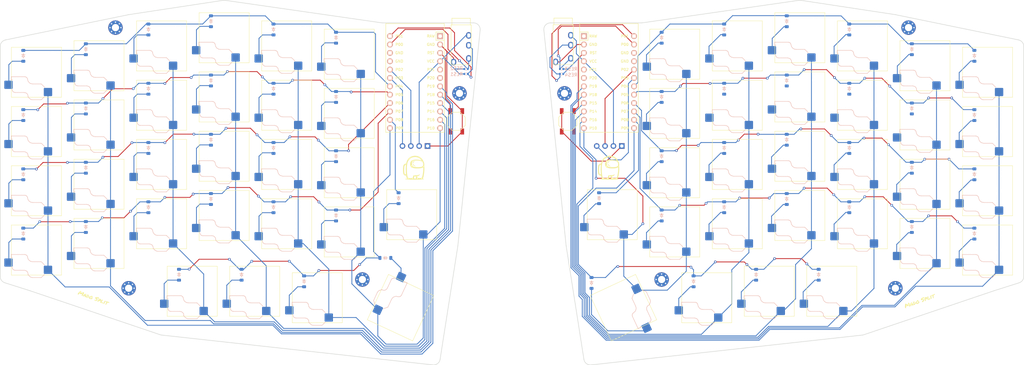
<source format=kicad_pcb>
(kicad_pcb (version 20240108) (generator "pcbnew") (generator_version "8.0")
  (title_block (title "MadoSplit") (rev "v1.0.0") (company "Unknown"))
  (layers (0 "F.Cu" signal) (31 "B.Cu" signal) (34 "B.Paste" user) (35 "F.Paste" user) (36 "B.SilkS" user "B.Silkscreen") (37 "F.SilkS" user "F.Silkscreen") (38 "B.Mask" user) (39 "F.Mask" user) (44 "Edge.Cuts" user))
  (net 0 "")
  (net 1 "P19")
  (net 2 "mod_bot")
  (net 3 "mod_mid")
  (net 4 "mod_top")
  (net 5 "mod_num")
  (net 6 "P18")
  (net 7 "pinky_bot")
  (net 8 "pinky_mid")
  (net 9 "pinky_top")
  (net 10 "pinky_num")
  (net 11 "P15")
  (net 12 "ring_bot")
  (net 13 "ring_mid")
  (net 14 "ring_top")
  (net 15 "ring_num")
  (net 16 "P14")
  (net 17 "middle_bot")
  (net 18 "middle_mid")
  (net 19 "middle_top")
  (net 20 "middle_num")
  (net 21 "P16")
  (net 22 "index_bot")
  (net 23 "index_mid")
  (net 24 "index_top")
  (net 25 "index_num")
  (net 26 "P10")
  (net 27 "inner_bot")
  (net 28 "inner_mid")
  (net 29 "inner_top")
  (net 30 "inner_num")
  (net 31 "reach_reach")
  (net 32 "tucky1_stretch")
  (net 33 "tucky2_stretch")
  (net 34 "tucky3_stretch")
  (net 35 "reachy_stretch")
  (net 36 "mirror_mod_bot")
  (net 37 "mirror_mod_mid")
  (net 38 "mirror_mod_top")
  (net 39 "mirror_mod_num")
  (net 40 "mirror_pinky_bot")
  (net 41 "mirror_pinky_mid")
  (net 42 "mirror_pinky_top")
  (net 43 "mirror_pinky_num")
  (net 44 "mirror_ring_bot")
  (net 45 "mirror_ring_mid")
  (net 46 "mirror_ring_top")
  (net 47 "mirror_ring_num")
  (net 48 "mirror_middle_bot")
  (net 49 "mirror_middle_mid")
  (net 50 "mirror_middle_top")
  (net 51 "mirror_middle_num")
  (net 52 "mirror_index_bot")
  (net 53 "mirror_index_mid")
  (net 54 "mirror_index_top")
  (net 55 "mirror_index_num")
  (net 56 "mirror_inner_bot")
  (net 57 "mirror_inner_mid")
  (net 58 "mirror_inner_top")
  (net 59 "mirror_inner_num")
  (net 60 "mirror_reach_reach")
  (net 61 "mirror_tucky1_stretch")
  (net 62 "mirror_tucky2_stretch")
  (net 63 "mirror_tucky3_stretch")
  (net 64 "mirror_reachy_stretch")
  (net 65 "P7")
  (net 66 "P6")
  (net 67 "P5")
  (net 68 "P4")
  (net 69 "P8")
  (net 70 "P9")
  (net 71 "RAW")
  (net 72 "GND")
  (net 73 "RST")
  (net 74 "VCC")
  (net 75 "P21")
  (net 76 "P20")
  (net 77 "P1")
  (net 78 "P0")
  (net 79 "P2")
  (net 80 "P3")
  (footprint "E73:SW_TACT_ALPS_SKQGABE010" (layer "F.Cu") (at 227.5 60.9 90)
    (property "Reference" "B1" (hide yes))
    (property "Value" "" (hide yes))
  )
  (footprint "ProMicro" (layer "F.Cu") (at 215 49 -90)
    (property "Reference" "MCU1" (hide yes))
    (property "Value" "" (hide yes))
  )
  (footprint "ScottoKeebs_Hotswap:Hotswap_Choc_V1V2_1.00u" (layer "F.Cu") (at 157 53.5 180)
    (property "Reference" "S15" (hide yes))
    (property "Value" "" (hide yes))
  )
  (footprint "ScottoKeebs_Hotswap:Hotswap_Choc_V1V2_1.00u" (layer "F.Cu") (at 100 82 180)
    (property "Reference" "S2" (hide yes))
    (property "Value" "" (hide yes))
  )
  (footprint "ScottoKeebs_Hotswap:Hotswap_Choc_V1V2_1.00u" (layer "F.Cu") (at 157 35.5 180)
    (property "Reference" "S16" (hide yes))
    (property "Value" "" (hide yes))
  )
  (footprint "ScottoKeebs_Hotswap:Hotswap_Choc_V1V2_1.00u" (layer "F.Cu") (at 138 38 180)
    (property "Reference" "S12" (hide yes))
    (property "Value" "" (hide yes))
  )
  (footprint "ScottoKeebs_Hotswap:Hotswap_Choc_V1V2_1.00u" (layer "F.Cu") (at 100 46 180)
    (property "Reference" "S4" (hide yes))
    (property "Value" "" (hide yes))
  )
  (footprint "ScottoKeebs_Hotswap:Hotswap_Choc_V1V2_1.00u" (layer "F.Cu") (at 119 44 180)
    (property "Reference" "S8" (hide yes))
    (property "Value" "" (hide yes))
  )
  (footprint "ScottoKeebs_Hotswap:Hotswap_Choc_V1V2_1.00u" (layer "F.Cu") (at 176 38 180)
    (property "Reference" "S20" (hide yes))
    (property "Value" "" (hide yes))
  )
  (footprint "ScottoKeebs_Hotswap:Hotswap_Choc_V1V2_1.00u" (layer "F.Cu") (at 166.3 112.5 180)
    (property "Reference" "S27" (hide yes))
    (property "Value" "" (hide yes))
  )
  (footprint "ScottoKeebs_Hotswap:Hotswap_Choc_V1V2_1.00u" (layer "F.Cu") (at 176 74 180)
    (property "Reference" "S18" (hide yes))
    (property "Value" "" (hide yes))
  )
  (footprint "ScottoKeebs_Hotswap:Hotswap_Choc_V1V2_1.00u" (layer "F.Cu") (at 195 94.5 180)
    (property "Reference" "S21" (hide yes))
    (property "Value" "" (hide yes))
  )
  (footprint "ScottoKeebs_Hotswap:Hotswap_Choc_V1V2_1.00u" (layer "F.Cu") (at 341.6 112.5 180)
    (property "Reference" "S55" (hide yes))
    (property "Value" "" (hide yes))
  )
  (footprint "ScottoKeebs_Hotswap:Hotswap_Choc_V1V2_1.00u" (layer "F.Cu") (at 350.9 56 180)
    (property "Reference" "S40" (hide yes))
    (property "Value" "" (hide yes))
  )
  (footprint "ProMicro" (layer "F.Cu") (at 273.9 49 -90)
    (property "Reference" "MCU1" (hide yes))
    (property "Value" "" (hide yes))
  )
  (footprint "ScottoKeebs_Hotswap:Hotswap_Choc_V1V2_1.00u" (layer "F.Cu") (at 274.9 89.25 180)
    (property "Reference" "S54" (hide yes))
    (property "Value" "" (hide yes))
  )
  (footprint "Graphics:Crewmate" (layer "F.Cu") (at 214.6 75)
    (property "Reference" "G***" (hide yes))
    (property "Value" "LOGO" (hide yes))
  )
  (footprint "ScottoKeebs_Hotswap:Hotswap_Choc_V1V2_1.00u" (layer "F.Cu") (at 195 40.5 180)
    (property "Reference" "S24" (hide yes))
    (property "Value" "" (hide yes))
  )
  (footprint "ScottoKeebs_Hotswap:Hotswap_Choc_V1V2_1.00u" (layer "F.Cu") (at 312.9 56 180)
    (property "Reference" "S48" (hide yes))
    (property "Value" "" (hide yes))
  )
  (footprint "E73:SW_TACT_ALPS_SKQGABE010" (layer "F.Cu") (at 261.4 60.9 -90)
    (property "Reference" "B1" (hide yes))
    (property "Value" "" (hide yes))
  )
  (footprint "ScottoKeebs_Hotswap:Hotswap_Choc_V1V2_1.00u" (layer "F.Cu") (at 331.9 71.5 180)
    (property "Reference" "S43" (hide yes))
    (property "Value" "" (hide yes))
  )
  (footprint "Graphics:Crewmate" (layer "F.Cu") (at 273.8 75)
    (property "Reference" "G***" (hide yes))
    (property "Value" "LOGO" (hide yes))
  )
  (footprint "MountingHole_2.2mm_M2_Pad_Via" (layer "F.Cu") (at 260.4 52.4)
    (property "Reference" "_4" (hide yes))
    (property "Value" "" (hide yes))
  )
  (footprint "MountingHole_2.2mm_M2_Pad_Via" (layer "F.Cu") (at 360.9 111.6)
    (property "Reference" "_2" (hide yes))
    (property "Value" "" (hide yes))
  )
  (footprint "ScottoKeebs_Hotswap:Hotswap_Choc_V1V2_1.00u" (layer "F.Cu") (at 350.9 92 180)
    (property "Reference" "S38" (hide yes))
    (property "Value" "" (hide yes))
  )
  (footprint "ScottoKeebs_Hotswap:Hotswap_Choc_V1V2_1.00u" (layer "F.Cu") (at 138 74 180)
    (property "Reference" "S10" (hide yes))
    (property "Value" "" (hide yes))
  )
  (footprint "ScottoKeebs_Hotswap:Hotswap_Choc_V1V2_1.00u" (layer "F.Cu") (at 388.9 82 180)
    (property "Reference" "S31" (hide yes))
    (property "Value" "" (hide yes))
  )
  (footprint "ScottoKeebs_Hotswap:Hotswap_Choc_V1V2_1.00u" (layer "F.Cu") (at 369.9 98 180)
    (property "Reference" "S34" (hide yes))
    (property "Value" "" (hide yes))
  )
  (footprint "ScottoKeebs_Hotswap:Hotswap_Choc_V1V2_1.00u" (layer "F.Cu") (at 195 58.5 180)
    (property "Reference" "S23" (hide yes))
    (property "Value" "" (hide yes))
  )
  (footprint "ScottoKeebs_Hotswap:Hotswap_Choc_V1V2_1.00u" (layer "F.Cu") (at 214 89.25 180)
    (property "Reference" "S25" (hide yes))
    (property "Value" "" (hide yes))
  )
  (footprint "ScottoKeebs_Hotswap:Hotswap_Choc_V1V2_1.00u" (layer "F.Cu") (at 157 71.5 180)
    (property "Reference" "S14" (hide yes))
    (property "Value" "" (hide yes))
  )
  (footprint "MountingHole_2.2mm_M2_Pad_Via" (layer "F.Cu") (at 124 32.44)
    (property "Reference" "_1" (hide yes))
    (property "Value" "" (hide yes))
  )
  (footprint "ScottoKeebs_Components:TRRS_PJ-320A" (layer "F.Cu") (at 260 31.55)
    (property "Reference" "TRRS2" (hide yes))
    (property "Value" "TRRS_PJ-320A" (hide yes))
  )
  (footprint "ScottoKeebs_Hotswap:Hotswap_Choc_V1V2_1.00u" (layer "F.Cu") (at 100 64 180)
    (property "Reference" "S3" (hide yes))
    (property "Value" "" (hide yes))
  )
  (footprint "ScottoKeebs_Components:OLED_128x32" (layer "F.Cu") (at 267.999995 70 90)
    (property "Reference" "OLED1" (hide yes))
    (property "Value" "OLED" (hide yes))
  )
  (footprint "ScottoKeebs_Hotswap:Hotswap_Choc_V1V2_1.00u" (layer "F.Cu") (at 312.9 92 180)
    (property "Reference" "S46" (hide yes))
    (property "Value" "" (hide yes))
  )
  (footprint "ScottoKeebs_Hotswap:Hotswap_Choc_V1V2_1.00u" (layer "F.Cu") (at 293.9 76.5 180)
    (property "Reference" "S51" (hide yes))
    (property "Value" "" (hide yes))
  )
  (footprint "ScottoKeebs_Hotswap:Hotswap_Choc_V1V2_1.00u" (layer "F.Cu") (at 303.6 114.5 180)
    (property "Reference" "S57" (hide yes))
    (property "Value" "" (hide yes))
  )
  (footprint "ScottoKeebs_Hotswap:Hotswap_Choc_V1V2_1.00u" (layer "F.Cu") (at 312.9 38 180)
    (property "Reference" "S49" (hide yes))
    (property "Value" "" (hide yes))
  )
  (footprint "ScottoKeebs_Hotswap:Hotswap_Choc_V1V2_1.00u" (layer "F.Cu") (at 195 76.5 180)
    (property "Reference" "S22" (hide yes))
    (property "Value" "" (hide yes))
  )
  (footprint "MountingHole_2.2mm_M2_Pad_Via" (layer "F.Cu") (at 289.9 108.95)
    (property "Reference" "_3" (hide yes))
    (property "Value" "" (hide yes))
  )
  (footprint "ScottoKeebs_Hotswap:Hotswap_Choc_V1V2_1.00u" (layer "F.Cu") (at 293.9 40.5 180)
    (property "Reference" "S53" (hide yes))
    (property "Value" "" (hide yes))
  )
  (footprint "ScottoKeebs_Hotswap:Hotswap_Choc_V1V2_1.00u" (layer "F.Cu") (at 331.9 35.5 180)
    (property "Reference" "S45" (hide yes))
    (property "Value" "" (hide yes))
  )
  (footprint "ScottoKeebs_Hotswap:Hotswap_Choc_V1V2_1.00u" (layer "F.Cu") (at 119 80 180)
    (property "Reference" "S6" (hide yes))
    (property "Value" "" (hide yes))
  )
  (footprint "ScottoKeebs_Hotswap:Hotswap_Choc_V1V2_1.00u" (layer "F.Cu") (at 185.3 114.5 180)
    (property "Reference" "S28" (hide yes))
    (property "Value" "" (hide yes))
  )
  (footprint "ScottoKeebs_Hotswap:Hotswap_Choc_V1V2_1.00u" (layer "F.Cu") (at 138 92 180)
    (property "Reference" "S9" (hide yes))
    (property "Value" "" (hide yes))
  )
  (footprint "Graphics:MadoSplit" (layer "F.Cu") (at 122.783681 118.915493 -20)
    (property "Reference" "G***" (hide yes))
    (property "Value" "LOGO" (hide yes))
  )
  (footprint "ScottoKeebs_Hotswap:Hotswap_Choc_V1V2_1.50u" (layer "F.Cu") (at 278.3 117.5 -65)
    (property "Reference" "S58" (hide yes))
    (property "Value" "" (hide yes))
  )
  (footprint "ScottoKeebs_Hotswap:Hotswap_Choc_V1V2_1.00u" (layer "F.Cu") (at 176 92 180)
    (property "Reference" "S17" (hide yes))
    (property "Value" "" (hide yes))
  )
  (footprint "ScottoKeebs_Hotswap:Hotswap_Choc_V1V2_1.00u" (layer "F.Cu") (at 369.9 80 180)
    (property "Reference" "S35" (hide yes))
    (property "Value" "" (hide yes))
  )
  (footprint "ScottoKeebs_Hotswap:Hotswap_Choc_V1V2_1.00u" (layer "F.Cu") (at 369.9 44 180)
    (property "Reference" "S37" (hide yes))
    (property "Value" "" (hide yes))
  )
  (footprint "ScottoKeebs_Hotswap:Hotswap_Choc_V1V2_1.00u" (layer "F.Cu") (at 322.6 112.5 180)
    (property "Reference" "S56" (hide yes))
    (property "Value" "" (hide yes))
  )
  (footprint "ScottoKeebs_Hotswap:Hotswap_Choc_V1V2_1.00u" (layer "F.Cu") (at 176 56 180)
    (property "Reference" "S19" (hide yes))
    (property "Value" "" (hide yes))
  )
  (footprint "ScottoKeebs_Hotswap:Hotswap_Choc_V1V2_1.00u" (layer "F.Cu") (at 293.9 58.5 180)
    (property "Reference" "S52" (hide yes))
    (property "Value" "" (hide yes))
  )
  (footprint "ScottoKeebs_Hotswap:Hotswap_Choc_V1V2_1.00u" (layer "F.Cu") (at 119 62 180)
    (property "Reference" "S7" (hide yes))
    (property "Value" "" (hide yes))
  )
  (footprint "ScottoKeebs_Hotswap:Hotswap_Choc_V1V2_1.00u" (layer "F.Cu") (at 119 98 180)
    (property "Reference" "S5" (hide yes))
    (property "Value" "" (hide yes))
  )
  (footprint "ScottoKeebs_Hotswap:Hotswap_Choc_V1V2_1.50u" (layer "F.Cu") (at 210.6 117.5 65)
    (property "Reference" "S29" (hide yes))
    (property "Value" "" (hide yes))
  )
  (footprint "MountingHole_2.2mm_M2_Pad_Via" (layer "F.Cu") (at 228.5 52.4)
    (property "Reference" "_4" (hide yes))
    (property "Value" "" (hide yes))
  )
  (footprint "ScottoKeebs_Hotswap:Hotswap_Choc_V1V2_1.00u" (layer "F.Cu") (at 388.9 100 180)
    (property "Reference" "S30" (hide yes))
    (property "Value" "" (hide yes))
  )
  (footprint "MountingHole_2.2mm_M2_Pad_Via" (layer "F.Cu") (at 364.9 32.44)
    (property "Reference" "_1" (hide yes))
    (property "Value" "" (hide yes))
  )
  (footprint "ScottoKeebs_Hotswap:Hotswap_Choc_V1V2_1.00u" (layer "F.Cu") (at 157 89.5 180)
    (property "Reference" "S13" (hide yes))
    (property "Value" "" (hide yes))
  )
  (footprint "ScottoKeebs_Hotswap:Hotswap_Choc_V1V2_1.00u" (layer "F.Cu") (at 388.9 46 180)
    (property "Reference" "S33" (hide yes))
    (property "Value" "" (hide yes))
  )
  (footprint "ScottoKeebs_Hotswap:Hotswap_Choc_V1V2_1.00u" (layer "F.Cu") (at 331.9 89.5 180)
    (property "Reference" "S42" (hide yes))
    (property "Value" "" (hide yes))
  )
  (footprint "ScottoKeebs_Hotswap:Hotswap_Choc_V1V2_1.00u" (layer "F.Cu") (at 138 56 180)
    (property "Reference" "S11" (hide yes))
    (property "Value" "" (hide yes))
  )
  (footprint "ScottoKeebs_Components:TRRS_PJ-320A" (layer "F.Cu") (at 229 31.6)
    (property "Reference" "TRRS1" (hide yes))
    (property "Value" "TRRS_PJ-320A" (hide yes))
  )
  (footprint "ScottoKeebs_Hotswap:Hotswap_Choc_V1V2_1.00u" (layer "F.Cu") (at 369.9 62 180)
    (property "Reference" "S36" (hide yes))
    (property "Value" "" (hide yes))
  )
  (footprint "ScottoKeebs_Components:OLED_128x32" (layer "F.Cu") (at 209 70 90)
    (property "Reference" "OLED1" (hide yes))
    (property "Value" "OLED" (hide yes))
  )
  (footprint "ScottoKeebs_Hotswap:Hotswap_Choc_V1V2_1.00u" (layer "F.Cu") (at 147.3 112.5 180)
    (property "Reference" "S26" (hide yes))
    (property "Value" "" (hide yes))
  )
  (footprint "MountingHole_2.2mm_M2_Pad_Via" (layer "F.Cu") (at 128 111.6)
    (property "Reference" "_2" (hide yes))
    (property "Value" "" (hide yes))
  )
  (footprint "ScottoKeebs_Hotswap:Hotswap_Choc_V1V2_1.00u" (layer "F.Cu") (at 350.9 38 180)
    (property "Reference" "S41" (hide yes))
    (property "Value" "" (hide yes))
  )
  (footprint "ScottoKeebs_Hotswap:Hotswap_Choc_V1V2_1.00u" (layer "F.Cu") (at 350.9 74 180)
    (property "Reference" "S39" (hide yes))
    (property "Value" "" (hide yes))
  )
  (footprint "ScottoKeebs_Hotswap:Hotswap_Choc_V1V2_1.00u" (layer "F.Cu") (at 331.9 53.5 180)
    (property "Reference" "S44" (hide yes))
    (property "Value" "" (hide yes))
  )
  (footprint "ScottoKeebs_Hotswap:Hotswap_Choc_V1V2_1.00u" (layer "F.Cu") (at 312.9 74 180)
    (property "Reference" "S47" (hide yes))
    (property "Value" "" (hide yes))
  )
  (footprint "ScottoKeebs_Hotswap:Hotswap_Choc_V1V2_1.00u" (layer "F.Cu") (at 293.9 94.5 180)
    (property "Reference" "S50" (hide yes))
    (property "Value" "" (hide yes))
  )
  (footprint "Graphics:MadoSplit" (layer "F.Cu") (at 375.299815 115.257277 20)
    (property "Reference" "G***" (hide yes))
    (property "Value" "LOGO" (hide yes))
  )
  (footprint "ScottoKeebs_Hotswap:Hotswap_Choc_V1V2_1.00u" (layer "F.Cu") (at 388.9 64 180)
    (property "Reference" "S32" (hide yes))
    (property "Value" "" (hide yes))
  )
  (footprint "ScottoKeebs_Hotswap:Hotswap_Choc_V1V2_1.00u" (layer "F.Cu") (at 100 100 180)
    (property "Reference" "S1" (hide yes))
    (property "Value" "" (hide yes))
  )
  (footprint "MountingHole_2.2mm_M2_Pad_Via" (layer "F.Cu") (at 199 108.95)
    (property "Reference" "_3" (hide yes))
    (property "Value" "" (hide yes))
  )
  (footprint "ScottoKeebs_Components:Diode_SOD-123" (layer "B.Cu") (at 153 84.5 -90)
    (property "Reference" "D13" (hide yes))
    (property "Value" "" (hide yes))
  )
  (footprint "ScottoKeebs_Components:Diode_SOD-123" (layer "B.Cu") (at 172 33 -90)
    (property "Reference" "D20" (hide yes))
    (property "Value" "" (hide yes))
  )
  (footprint "ScottoKeebs_Components:Diode_SOD-123" (layer "B.Cu") (at 346.9 69 -90)
    (property "Reference" "D39" (hide yes))
    (property "Value" "" (hide yes))
  )
  (footprint "ScottoKeebs_Components:Diode_SOD-123" (layer "B.Cu") (at 384.9 77 -90)
    (property "Reference" "D31" (hide yes))
    (property "Value" "" (hide yes))
  )
  (footprint "ScottoKeebs_Components:Diode_SOD-123" (layer "B.Cu") (at 153 48.5 -90)
    (property "Reference" "D15" (hide yes))
    (property "Value" "" (hide yes))
  )
  (footprint "ScottoKeebs_Components:Diode_SOD-123" (layer "B.Cu") (at 289.9 53.5 -90)
    (property "Reference" "D52" (hide yes))
    (property "Value" "" (hide yes))
  )
  (footprint "ScottoKeebs_Components:Diode_SOD-123" (layer "B.Cu") (at 308.9 69 -90)
    (property "Reference" "D47" (hide yes))
    (property "Value" "" (hide yes))
  )
  (footprint "ScottoKeebs_Components:Diode_SOD-123" (layer "B.Cu") (at 172 87 -90)
    (property "Reference" "D17" (hide yes))
    (property "Value" "" (hide yes))
  )
  (footprint "ScottoKeebs_Components:Diode_SOD-123" (layer "B.Cu") (at 289.9 71.5 -90)
    (property "Reference" "D51" (hide yes))
    (property "Value" "" (hide yes))
  )
  (footprint "ScottoKeebs_Components:Diode_SOD-123" (layer "B.Cu") (at 96 95 -90)
    (property "Reference" "D1" (hide yes))
    (property "Value" "" (hide yes))
  )
  (footprint "ScottoKeebs_Components:Diode_SOD-123" (layer "B.Cu") (at 134 87 -90)
    (property "Reference" "D9" (hide yes))
    (property "Value" "" (hide yes))
  )
  (footprint "ScottoKeebs_Components:Diode_SOD-123" (layer "B.Cu") (at 384.9 59 -90)
    (property "Reference" "D32" (hide yes))
    (property "Value" "" (hide yes))
  )
  (footprint "ScottoKeebs_Components:Diode_SOD-123" (layer "B.Cu") (at 115 75 -90)
    (property "Reference" "D6" (hide yes))
    (property "Value" "" (hide yes))
  )
  (footprint "ScottoKeebs_Components:Diode_SOD-123" (layer "B.Cu") (at 96 41 -90)
    (property "Reference" "D4" (hide yes))
    (property "Value" "" (hide yes))
  )
  (footprint "ScottoKeebs_Components:Diode_SOD-123" (layer "B.Cu") (at 191 35.5 -90)
    (property "Reference" "D24" (hide yes))
    (property "Value" "" (hide yes))
  )
  (footprint "ScottoKeebs_Components:Diode_SOD-123" (layer "B.Cu") (at 327.9 48.5 -90)
    (property "Reference" "D44" (hide yes))
    (property "Value" "" (hide yes))
  )
  (footprint "ScottoKeebs_Components:Diode_SOD-123" (layer "B.Cu") (at 318.6 107.5 -90)
    (property "Reference" "D56" (hide yes))
    (property "Value" "" (hide yes))
  )
  (footprint "ScottoKeebs_Components:Diode_SOD-123" (layer "B.Cu") (at 327.9 30.5 -90)
    (property "Reference" "D45" (hide yes))
    (property "Value" "" (hide yes))
  )
  (footprint "ScottoKeebs_Components:Diode_SOD-123" (layer "B.Cu") (at 134 51 -90)
    (property "Reference" "D11" (hide yes))
    (property "Value" "" (hide yes))
  )
  (footprint "ScottoKeebs_Components:Diode_SOD-123" (layer "B.Cu") (at 365.9 93 -90)
    (property "Reference" "D34" (hide yes))
    (property "Value" "" (hide yes))
  )
  (footprint "ScottoKeebs_Components:Diode_SOD-123" (layer "B.Cu") (at 96 77 -90)
    (property "Reference" "D2" (hide yes))
    (property "Value" "" (hide yes))
  )
  (footprint "Resistor_SMD:R_0402_1005Metric" (layer "B.Cu") (at 259.510002 44.999988)
    (property "Reference" "RES3")
    (property "Value" "R_0402_1005Metric")
  )
  (footprint "ScottoKeebs_Components:Diode_SOD-123" (layer "B.Cu") (at 115 93 -90)
    (property "Reference" "D5" (hide yes))
    (property "Value" "" (hide yes))
  )
  (footprint "Resistor_SMD:R_0402_1005Metric" (layer "B.Cu") (at 230.5 45 180)
    (property "Reference" "RES2")
    (property "Value" "R_0402_1005Metric")
  )
  (footprint "ScottoKeebs_Components:Diode_SOD-123" (layer "B.Cu") (at 365.9 57 -90)
    (property "Reference" "D36" (hide yes))
    (property "Value" "" (hide yes))
  )
  (footprint "ScottoKeebs_Components:Diode_SOD-123" (layer "B.Cu") (at 96 59 -90)
    (property "Reference" "D3" (hide yes))
    (property "Value" "" (hide yes))
  )
  (footprint "ScottoKeebs_Components:Diode_SOD-123" (layer "B.Cu") (at 134 69 -90)
    (property "Reference" "D10" (hide yes))
    (property "Value" "" (hide yes))
  )
  (footprint "ScottoKeebs_Components:Diode_SOD-123" (layer "B.Cu") (at 134 33 -90)
    (property "Reference" "D12" (hide yes))
    (property "Value" "" (hide yes))
  )
  (footprint "ScottoKeebs_Components:Diode_SOD-123" (layer "B.Cu") (at 191 53.5 -90)
    (property "Reference" "D23" (hide yes))
    (property "Value" "" (hide yes))
  )
  (footprint "ScottoKeebs_Components:Diode_SOD-123" (layer "B.Cu") (at 191 71.5 -90)
    (property "Reference" "D22" (hide yes))
    (property "Value" "" (hide yes))
  )
  (footprint "ScottoKeebs_Components:Diode_SOD-123" (layer "B.Cu") (at 210 84.25 -90)
    (property "Reference" "D25" (hide yes))
    (property "Value" "" (hide yes))
  )
  (footprint "ScottoKeebs_Components:Diode_SOD-123" (layer "B.Cu") (at 365.9 75 -90)
    (property "Reference" "D35" (hide yes))
    (property "Value" "" (hide yes))
  )
  (footprint "Resistor_SMD:R_0402_1005Metric" (layer "B.Cu") (at 259.509999 46.500004)
    (property "Reference" "RES4")
    (property "Value" "R_0402_1005Metric")
  )
  (footprint "ScottoKeebs_Components:Diode_SOD-123" (layer "B.Cu") (at 384.9 95 -90)
    (property "Reference" "D30" (hide yes))
    (property "Value" "" (hide yes))
  )
  (footprint "ScottoKeebs_Components:Diode_SOD-123" (layer "B.Cu") (at 115 57 -90)
    (property "Reference" "D7" (hide yes))
    (property "Value" "" (hide yes))
  )
  (footprint "ScottoKeebs_Components:Diode_SOD-123" (layer "B.Cu") (at 289.9 35.5 -90)
    (property "Reference" "D53" (hide yes))
    (property "Value" "" (hide yes))
  )
  (footprint "ScottoKeebs_Components:Diode_SOD-123" (layer "B.Cu") (at 337.6 107.5 -90)
    (property "Reference" "D55" (hide yes))
    (property "Value" "" (hide yes))
  )
  (footprint "ScottoKeebs_Components:Diode_SOD-123" (layer "B.Cu") (at 153 66.5 -90)
    (property "Reference" "D14" (hide yes))
    (property "Value" "" (hide yes))
  )
  (footprint "ScottoKeebs_Components:Diode_SOD-123" (layer "B.Cu") (at 143.3 107.5 -90)
    (property "Reference" "D26" (hide yes))
    (property "Value" "" (hide yes))
  )
  (footprint "ScottoKeebs_Components:Diode_SOD-123" (layer "B.Cu") (at 327.9 84.5 -90)
    (property "Reference" "D42" (hide yes))
    (property "Value" "" (hide yes))
  )
  (footprint "ScottoKeebs_Components:Diode_SOD-123" (layer "B.Cu") (at 346.9 87 -90)
    (property "Reference" "D38" (hide yes))
    (property "Value" "" (hide yes))
  )
  (footprint "ScottoKeebs_Components:Diode_SOD-123" (layer "B.Cu") (at 308.9 51 -90)
    (property "Reference" "D48" (hide yes))
    (property "Value" "" (hide yes))
  )
  (footprint "ScottoKeebs_Components:Diode_SOD-123" (layer "B.Cu") (at 365.9 39 -90)
    (property "Reference" "D37" (hide yes))
    (property "Value" "" (hide yes))
  )
  (footprint "ScottoKeebs_Components:Diode_SOD-123" (layer "B.Cu") (at 162.3 107.5 -90)
    (property "Reference" "D27" (hide yes))
    (property "Value" "" (hide yes))
  )
  (footprint "ScottoKeebs_Components:Diode_SOD-123" (layer "B.Cu") (at 346.9 33 -90)
    (property "Reference" "D41" (hide yes))
    (property "Value" "" (hide yes))
  )
  (footprint "ScottoKeebs_Components:Diode_SOD-123" (layer "B.Cu") (at 172 69 -90)
    (property "Reference" "D18" (hide yes))
    (property "Value" "" (hide yes))
  )
  (footprint "ScottoKeebs_Components:Diode_SOD-123" (layer "B.Cu") (at 299.6 109.5 -90)
    (property "Reference" "D57" (hide yes))
    (property "Value" "" (hide yes))
  )
  (footprint "ScottoKeebs_Components:Diode_SOD-123" (layer "B.Cu") (at 205.98245 102.3959)
    (property "Reference" "D29" (hide yes))
    (property "Value" "" (hide yes))
  )
  (footprint "ScottoKeebs_Components:Diode_SOD-123" (layer "B.Cu") (at 153 30.5 -90)
    (property "Reference" "D16" (hide yes))
    (property "Value" "" (hide yes))
  )
  (footprint "ScottoKeebs_Components:Diode_SOD-123" (layer "B.Cu") (at 308.9 33 -90)
    (property "Reference" "D49" (hide yes))
    (property "Value" "" (hide yes))
  )
  (footprint "ScottoKeebs_Components:Diode_SOD-123" (layer "B.Cu") (at 172 51 -90)
    (property "Reference" "D19" (hide yes))
    (property "Value" "" (hide yes))
  )
  (footprint "ScottoKeebs_Components:Diode_SOD-123" (layer "B.Cu") (at 268.6 110 -90)
    (property "Reference" "D58" (hide yes))
    (property "Value" "" (hide yes))
  )
  (footprint "ScottoKeebs_Components:Diode_SOD-123" (layer "B.Cu") (at 346.9 51 -90)
    (property "Reference" "D40" (hide yes))
    (property "Value" "" (hide yes))
  )
  (footprint "ScottoKeebs_Components:Diode_SOD-123" (layer "B.Cu") (at 115 39 -90)
    (property "Reference" "D8" (hide yes))
    (property "Value" "" (hide yes))
  )
  (footprint "ScottoKeebs_Components:Diode_SOD-123" (layer "B.Cu") (at 270.9 84.25 -90)
    (property "Reference" "D54" (hide yes))
    (property "Value" "" (hide yes))
  )
  (footprint "ScottoKeebs_Components:Diode_SOD-123" (layer "B.Cu") (at 384.9 41 -90)
    (property "Reference" "D33" (hide yes))
    (property "Value" "" (hide yes))
  )
  (footprint "ScottoKeebs_Components:Diode_SOD-123" (layer "B.Cu") (at 308.9 87 -90)
    (property "Reference" "D46" (hide yes))
    (property "Value" "" (hide yes))
  )
  (footprint "ScottoKeebs_Components:Diode_SOD-123" (layer "B.Cu") (at 289.9 89.5 -90)
    (property "Reference" "D50" (hide yes))
    (property "Value" "" (hide yes))
  )
  (footprint "ScottoKeebs_Components:Diode_SOD-123" (layer "B.Cu") (at 181.3 109.5 -90)
    (property "Reference" "D28" (hide yes))
    (property "Value" "" (hide yes))
  )
  (footprint "Resistor_SMD:R_0402_1005Metric" (layer "B.Cu") (at 230.5 46.5 180)
    (property "Reference" "RES1")
    (property "Value" "R_0402_1005Metric")
  )
  (footprint "ScottoKeebs_Components:Diode_SOD-123" (layer "B.Cu") (at 191 89.5 -90)
    (property "Reference" "D21" (hide yes))
    (property "Value" "" (hide yes))
  )
  (footprint "ScottoKeebs_Components:Diode_SOD-123" (layer "B.Cu") (at 327.9 66.5 -90)
    (property "Reference" "D43" (hide yes))
    (property "Value" "" (hide yes))
  )
  (gr_arc (start 205.143015 31) (mid 205.000364 30.994906) (end 204.85844 30.979651) (stroke (width 0.15)) (layer "Edge.Cuts"))
  (gr_arc (start 88.999999 38.131388) (mid 89.450197 36.867223) (end 90.598112 36.172182) (stroke (width 0.15)) (layer "Edge.Cuts"))
  (gr_line (start 98.018204 112.356152) (end 137.59427 125.730476) (stroke (width 0.15)) (layer "Edge.Cuts"))
  (gr_line (start 138.015858 125.823748) (end 220.410896 134.888703) (stroke (width 0.15)) (layer "Edge.Cuts"))
  (gr_line (start 127.949298 28.5104) (end 90.598112 36.172182) (stroke (width 0.15)) (layer "Edge.Cuts"))
  (gr_arc (start 398.301888 36.172183) (mid 399.449802 36.867224) (end 399.9 38.131388) (stroke (width 0.15)) (layer "Edge.Cuts"))
  (gr_arc (start 254.12788 33.205548) (mid 254.632181 31.660429) (end 256.117289 31) (stroke (width 0.15)) (layer "Edge.Cuts"))
  (gr_line (start 284.04156 30.979651) (end 331.607537 24.142042) (stroke (width 0.15)) (layer "Edge.Cuts"))
  (gr_arc (start 156.707874 24.144323) (mid 157.000085 24.121708) (end 157.292463 24.142042) (stroke (width 0.15)) (layer "Edge.Cuts"))
  (gr_line (start 350.884142 125.823748) (end 268.489104 134.888703) (stroke (width 0.15)) (layer "Edge.Cuts"))
  (gr_line (start 398.503783 109.942135) (end 390.918317 112.3442) (stroke (width 0.15)) (layer "Edge.Cuts"))
  (gr_arc (start 268.489104 134.888703) (mid 267.055293 134.489266) (end 266.294451 133.210016) (stroke (width 0.15)) (layer "Edge.Cuts"))
  (gr_arc (start 222.605549 133.210016) (mid 221.844706 134.489266) (end 220.410896 134.888703) (stroke (width 0.15)) (layer "Edge.Cuts"))
  (gr_arc (start 260.908095 98.801709) (mid 260.900679 98.749912) (end 260.894621 98.697939) (stroke (width 0.15)) (layer "Edge.Cuts"))
  (gr_line (start 360.950702 28.5104) (end 398.301888 36.172182) (stroke (width 0.15)) (layer "Edge.Cuts"))
  (gr_arc (start 97.981682 112.3442) (mid 97.999972 112.350089) (end 98.018204 112.356152) (stroke (width 0.15)) (layer "Edge.Cuts"))
  (gr_arc (start 127.949298 28.5104) (mid 128.000117 28.500659) (end 128.051171 28.492236) (stroke (width 0.15)) (layer "Edge.Cuts"))
  (gr_arc (start 90.396217 109.942135) (mid 89.386376 109.217067) (end 89 108.035451) (stroke (width 0.15)) (layer "Edge.Cuts"))
  (gr_line (start 256.117289 31) (end 283.756985 31) (stroke (width 0.15)) (layer "Edge.Cuts"))
  (gr_line (start 89 38.131388) (end 89 108.035451) (stroke (width 0.15)) (layer "Edge.Cuts"))
  (gr_arc (start 232.782711 30.999999) (mid 234.26782 31.660428) (end 234.772121 33.205548) (stroke (width 0.15)) (layer "Edge.Cuts"))
  (gr_arc (start 284.04156 30.979651) (mid 283.899636 30.994906) (end 283.756985 31) (stroke (width 0.15)) (layer "Edge.Cuts"))
  (gr_arc (start 390.881795 112.356152) (mid 390.900027 112.350088) (end 390.918317 112.3442) (stroke (width 0.15)) (layer "Edge.Cuts"))
  (gr_arc (start 228.005379 98.697939) (mid 227.999321 98.749912) (end 227.991905 98.801709) (stroke (width 0.15)) (layer "Edge.Cuts"))
  (gr_arc (start 351.30573 125.730475) (mid 351.09746 125.788522) (end 350.884142 125.823748) (stroke (width 0.15)) (layer "Edge.Cuts"))
  (gr_line (start 332.192126 24.144323) (end 360.848829 28.492236) (stroke (width 0.15)) (layer "Edge.Cuts"))
  (gr_line (start 228.005379 98.697939) (end 234.772121 33.205548) (stroke (width 0.15)) (layer "Edge.Cuts"))
  (gr_line (start 204.85844 30.979651) (end 157.292463 24.142042) (stroke (width 0.15)) (layer "Edge.Cuts"))
  (gr_line (start 260.894621 98.697939) (end 254.127879 33.205548) (stroke (width 0.15)) (layer "Edge.Cuts"))
  (gr_line (start 399.9 38.131388) (end 399.9 108.035451) (stroke (width 0.15)) (layer "Edge.Cuts"))
  (gr_line (start 266.294451 133.210016) (end 260.908095 98.801709) (stroke (width 0.15)) (layer "Edge.Cuts"))
  (gr_arc (start 138.015858 125.823749) (mid 137.802539 125.788523) (end 137.59427 125.730476) (stroke (width 0.15)) (layer "Edge.Cuts"))
  (gr_line (start 232.782711 31) (end 205.143015 31) (stroke (width 0.15)) (layer "Edge.Cuts"))
  (gr_arc (start 399.899999 108.035451) (mid 399.513623 109.217067) (end 398.503783 109.942135) (stroke (width 0.15)) (layer "Edge.Cuts"))
  (gr_line (start 90.396217 109.942135) (end 97.981683 112.3442) (stroke (width 0.15)) (layer "Edge.Cuts"))
  (gr_arc (start 331.607537 24.142042) (mid 331.899915 24.121708) (end 332.192126 24.144323) (stroke (width 0.15)) (layer "Edge.Cuts"))
  (gr_line (start 390.881796 112.356152) (end 351.30573 125.730476) (stroke (width 0.15)) (layer "Edge.Cuts"))
  (gr_arc (start 360.848829 28.492236) (mid 360.899883 28.500659) (end 360.950702 28.5104) (stroke (width 0.15)) (layer "Edge.Cuts"))
  (gr_line (start 156.707874 24.144323) (end 128.051171 28.492236) (stroke (width 0.15)) (layer "Edge.Cuts"))
  (gr_line (start 222.605549 133.210016) (end 227.991905 98.801709) (stroke (width 0.15)) (layer "Edge.Cuts"))
  (segment (start 103.5 106) (end 103.5 88) (width 0.25) (layer "B.Cu") (net 1))
  (segment (start 103.5 88) (end 103.5 70) (width 0.25) (layer "B.Cu") (net 1))
  (segment (start 322.772792 124.1) (end 319.472792 127.4) (width 0.25) (layer "B.Cu") (net 1))
  (segment (start 262.35 56.103604) (end 264.2 54.253604) (width 0.25) (layer "B.Cu") (net 1))
  (segment (start 133.731802 122.85) (end 171.813604 122.85) (width 0.25) (layer "B.Cu") (net 1))
  (segment (start 220.4 128.318198) (end 220.4 100.218198) (width 0.25) (layer "B.Cu") (net 1))
  (segment (start 204.6 131.6) (end 217.118198 131.6) (width 0.25) (layer "B.Cu") (net 1))
  (segment (start 264.2 52.35) (end 266.28 50.27) (width 0.25) (layer "B.Cu") (net 1))
  (segment (start 392.4 106) (end 392.4 88) (width 0.25) (layer "B.Cu") (net 1))
  (segment (start 360.786396 117.25) (end 350.95 117.25) (width 0.25) (layer "B.Cu") (net 1))
  (segment (start 220.4 100.218198) (end 226.4 94.218198) (width 0.25) (layer "B.Cu") (net 1))
  (segment (start 392.4 106) (end 387.4 111) (width 0.25) (layer "B.Cu") (net 1))
  (segment (start 319.472792 127.4) (end 273.054416 127.4) (width 0.25) (layer "B.Cu") (net 1))
  (segment (start 265.8 115) (end 264.8 114) (width 0.25) (layer "B.Cu") (net 1))
  (segment (start 226.4 55.6) (end 224.6 53.8) (width 0.25) (layer "B.Cu") (net 1))
  (segment (start 265.8 120.145584) (end 265.8 115) (width 0.25) (layer "B.Cu") (net 1))
  (segment (start 122.081802 111.2) (end 133.731802 122.85) (width 0.25) (layer "B.Cu") (net 1))
  (segment (start 108.7 111.2) (end 122.081802 111.2) (width 0.25) (layer "B.Cu") (net 1))
  (segment (start 350.95 117.25) (end 344.1 124.1) (width 0.25) (layer "B.Cu") (net 1))
  (segment (start 103.5 106) (end 108.7 111.2) (width 0.25) (layer "B.Cu") (net 1))
  (segment (start 392.4 70) (end 392.4 52) (width 0.25) (layer "B.Cu") (net 1))
  (segment (start 367.036396 111) (end 360.786396 117.25) (width 0.25) (layer "B.Cu") (net 1))
  (segment (start 224.6 53.8) (end 224.6 52.25) (width 0.25) (layer "B.Cu") (net 1))
  (segment (start 217.118198 131.6) (end 220.4 128.318198) (width 0.25) (layer "B.Cu") (net 1))
  (segment (start 226.4 94.218198) (end 226.4 55.6) (width 0.25) (layer "B.Cu") (net 1))
  (segment (start 273.054416 127.4) (end 265.8 120.145584) (width 0.25) (layer "B.Cu") (net 1))
  (segment (start 264.2 54.253604) (end 264.2 52.35) (width 0.25) (layer "B.Cu") (net 1))
  (segment (start 262.35 105.35) (end 262.35 56.103604) (width 0.25) (layer "B.Cu") (net 1))
  (segment (start 264.8 107.8) (end 262.35 105.35) (width 0.25) (layer "B.Cu") (net 1))
  (segment (start 103.5 70) (end 103.5 52) (width 0.25) (layer "B.Cu") (net 1))
  (segment (start 387.4 111) (end 367.036396 111) (width 0.25) (layer "B.Cu") (net 1))
  (segment (start 171.813604 122.85) (end 174.413604 125.45) (width 0.25) (layer "B.Cu") (net 1))
  (segment (start 264.8 114) (end 264.8 107.8) (width 0.25) (layer "B.Cu") (net 1))
  (segment (start 392.4 88) (end 392.4 70) (width 0.25) (layer "B.Cu") (net 1))
  (segment (start 174.413604 125.45) (end 198.45 125.45) (width 0.25) (layer "B.Cu") (net 1))
  (segment (start 224.6 52.25) (end 222.62 50.27) (width 0.25) (layer "B.Cu") (net 1))
  (segment (start 198.45 125.45) (end 204.6 131.6) (width 0.25) (layer "B.Cu") (net 1))
  (segment (start 344.1 124.1) (end 322.772792 124.1) (width 0.25) (layer "B.Cu") (net 1))
  (segment (start 91.6 103.8) (end 91.6 97.7) (width 0.25) (layer "B.Cu") (net 2))
  (segment (start 92.65 96.65) (end 96.1 96.65) (width 0.25) (layer "B.Cu") (net 2))
  (segment (start 91.6 97.7) (end 92.65 96.65) (width 0.25) (layer "B.Cu") (net 2))
  (segment (start 91.6 85.8) (end 91.6 79.7) (width 0.25) (layer "B.Cu") (net 3))
  (segment (start 91.6 79.7) (end 92.65 78.65) (width 0.25) (layer "B.Cu") (net 3))
  (segment (start 92.65 78.65) (end 96.1 78.65) (width 0.25) (layer "B.Cu") (net 3))
  (segment (start 91.6 61.7) (end 92.65 60.65) (width 0.25) (layer "B.Cu") (net 4))
  (segment (start 92.65 60.65) (end 96.1 60.65) (width 0.25) (layer "B.Cu") (net 4))
  (segment (start 91.6 67.8) (end 91.6 61.7) (width 0.25) (layer "B.Cu") (net 4))
  (segment (start 92.65 42.65) (end 96.1 42.65) (width 0.25) (layer "B.Cu") (net 5))
  (segment (start 91.6 43.7) (end 92.65 42.65) (width 0.25) (layer "B.Cu") (net 5))
  (segment (start 91.6 49.8) (end 91.6 43.7) (width 0.25) (layer "B.Cu") (net 5))
  (segment (start 122.5 50) (end 122.5 68) (width 0.25) (layer "B.Cu") (net 6))
  (segment (start 198.8 125) (end 204.8 131) (width 0.25) (layer "B.Cu") (net 6))
  (segment (start 343.913604 123.65) (end 322.586396 123.65) (width 0.25) (layer "B.Cu") (net 6))
  (segment (start 122.5 86) (end 122.5 104) (width 0.25) (layer "B.Cu") (net 6))
  (segment (start 322.586396 123.65) (end 319.286396 126.95) (width 0.25) (layer "B.Cu") (net 6))
  (segment (start 373.4 104) (end 360.6 116.8) (width 0.25) (layer "B.Cu") (net 6))
  (segment (start 225.8 94) (end 225.8 55.99) (width 0.25) (layer "B.Cu") (net 6))
  (segment (start 262.8 105.095583) (end 262.8 56.29) (width 0.25) (layer "B.Cu") (net 6))
  (segment (start 273.240812 126.95) (end 266.4 120.109188) (width 0.25) (layer "B.Cu") (net 6))
  (segment (start 219.8 100) (end 225.8 94) (width 0.25) (layer "B.Cu") (net 6))
  (segment (start 373.4 50) (end 373.4 68) (width 0.25) (layer "B.Cu") (net 6))
  (segment (start 262.8 56.29) (end 266.28 52.81) (width 0.25) (layer "B.Cu") (net 6))
  (segment (start 219.8 128) (end 219.8 100) (width 0.25) (layer "B.Cu") (net 6))
  (segment (start 172 122.4) (end 174.6 125) (width 0.25) (layer "B.Cu") (net 6))
  (segment (start 373.4 68) (end 373.4 86) (width 0.25) (layer "B.Cu") (net 6))
  (segment (start 360.6 116.8) (end 350.763604 116.8) (width 0.25) (layer "B.Cu") (net 6))
  (segment (start 265.25 107.545583) (end 262.8 105.095583) (width 0.25) (layer "B.Cu") (net 6))
  (segment (start 152.8 121.4) (end 153.8 122.4) (width 0.25) (layer "B.Cu") (net 6))
  (segment (start 122.5 110.9) (end 133 121.4) (width 0.25) (layer "B.Cu") (net 6))
  (segment (start 216.8 131) (end 219.8 128) (width 0.25) (layer "B.Cu") (net 6))
  (segment (start 153.8 122.4) (end 172 122.4) (width 0.25) (layer "B.Cu") (net 6))
  (segment (start 265.25 113.559188) (end 265.25 107.545583) (width 0.25) (layer "B.Cu") (net 6))
  (segment (start 122.5 68) (end 122.5 86) (width 0.25) (layer "B.Cu") (net 6))
  (segment (start 319.286396 126.95) (end 273.240812 126.95) (width 0.25) (layer "B.Cu") (net 6))
  (segment (start 350.763604 116.8) (end 343.913604 123.65) (width 0.25) (layer "B.Cu") (net 6))
  (segment (start 266.4 114.709188) (end 265.25 113.559188) (width 0.25) (layer "B.Cu") (net 6))
  (segment (start 373.4 86) (end 373.4 104) (width 0.25) (layer "B.Cu") (net 6))
  (segment (start 133 121.4) (end 152.8 121.4) (width 0.25) (layer "B.Cu") (net 6))
  (segment (start 266.4 120.109188) (end 266.4 114.709188) (width 0.25) (layer "B.Cu") (net 6))
  (segment (start 204.8 131) (end 216.8 131) (width 0.25) (layer "B.Cu") (net 6))
  (segment (start 174.6 125) (end 198.8 125) (width 0.25) (layer "B.Cu") (net 6))
  (segment (start 122.5 104) (end 122.5 110.9) (width 0.25) (layer "B.Cu") (net 6))
  (segment (start 225.8 55.99) (end 222.62 52.81) (width 0.25) (layer "B.Cu") (net 6))
  (segment (start 110.6 95.7) (end 111.65 94.65) (width 0.25) (layer "B.Cu") (net 7))
  (segment (start 111.65 94.65) (end 115.1 94.65) (width 0.25) (layer "B.Cu") (net 7))
  (segment (start 110.6 101.8) (end 110.6 95.7) (width 0.25) (layer "B.Cu") (net 7))
  (segment (start 110.6 83.8) (end 110.6 77.7) (width 0.25) (layer "B.Cu") (net 8))
  (segment (start 110.6 77.7) (end 111.65 76.65) (width 0.25) (layer "B.Cu") (net 8))
  (segment (start 111.65 76.65) (end 115.1 76.65) (width 0.25) (layer "B.Cu") (net 8))
  (segment (start 110.6 65.8) (end 110.6 59.7) (width 0.25) (layer "B.Cu") (net 9))
  (segment (start 111.65 58.65) (end 115.1 58.65) (width 0.25) (layer "B.Cu") (net 9))
  (segment (start 110.6 59.7) (end 111.65 58.65) (width 0.25) (layer "B.Cu") (net 9))
  (segment (start 110.6 47.8) (end 110.6 41.7) (width 0.25) (layer "B.Cu") (net 10))
  (segment (start 111.65 40.65) (end 115.1 40.65) (width 0.25) (layer "B.Cu") (net 10))
  (segment (start 110.6 41.7) (end 111.65 40.65) (width 0.25) (layer "B.Cu") (net 10))
  (segment (start 263.25 58.38) (end 266.28 55.35) (width 0.25) (layer "B.Cu") (net 11))
  (segment (start 322.4 123.2) (end 319.1 126.5) (width 0.25) (layer "B.Cu") (net 11))
  (segment (start 199 124.4) (end 174.8 124.4) (width 0.25) (layer "B.Cu") (net 11))
  (segment (start 141.5 80) (end 141.5 98) (width 0.25) (layer "B.Cu") (net 11))
  (segment (start 219.2 99.8) (end 219.2 127.8) (width 0.25) (layer "B.Cu") (net 11))
  (segment (start 319.1 126.5) (end 273.427208 126.5) (width 0.25) (layer "B.Cu") (net 11))
  (segment (start 354.4 62) (end 354.4 44) (width 0.25) (layer "B.Cu") (net 11))
  (segment (start 266.95 114.622792) (end 265.7 113.372792) (width 0.25) (layer "B.Cu") (net 11))
  (segment (start 266.95 120.022792) (end 266.95 114.622792) (width 0.25) (layer "B.Cu") (net 11))
  (segment (start 150.8 107.3) (end 141.5 98) (width 0.25) (layer "B.Cu") (net 11))
  (segment (start 354.4 111.6451) (end 354.4 98) (width 0.25) (layer "B.Cu") (net 11))
  (segment (start 205 130.4) (end 199 124.4) (width 0.25) (layer "B.Cu") (net 11))
  (segment (start 154.1 121.8) (end 150.8 118.5) (width 0.25) (layer "B.Cu") (net 11))
  (segment (start 141.5 44) (end 141.5 62) (width 0.25) (layer "B.Cu") (net 11))
  (segment (start 263.25 104.909187) (end 263.25 58.38) (width 0.25) (layer "B.Cu") (net 11))
  (segment (start 172.2 121.8) (end 154.1 121.8) (width 0.25) (layer "B.Cu") (net 11))
  (segment (start 174.8 124.4) (end 172.2 121.8) (width 0.25) (layer "B.Cu") (net 11))
  (segment (start 225.2 93.8) (end 219.2 99.8) (width 0.25) (layer "B.Cu") (net 11))
  (segment (start 345.1 118.5) (end 347.5451 118.5) (width 0.25) (layer "B.Cu") (net 11))
  (segment (start 141.5 62) (end 141.5 80) (width 0.25) (layer "B.Cu") (net 11))
  (segment (start 222.62 55.35) (end 225.2 57.93) (width 0.25) (layer "B.Cu") (net 11))
  (segment (start 216.6 130.4) (end 205 130.4) (width 0.25) (layer "B.Cu") (net 11))
  (segment (start 273.427208 126.5) (end 266.95 120.022792) (width 0.25) (layer "B.Cu") (net 11))
  (segment (start 225.2 57.93) (end 225.2 93.8) (width 0.25) (layer "B.Cu") (net 11))
  (segment (start 340.4 123.2) (end 322.4 123.2) (width 0.25) (layer "B.Cu") (net 11))
  (segment (start 354.4 98) (end 354.4 80) (width 0.25) (layer "B.Cu") (net 11))
  (segment (start 265.7 107.359187) (end 263.25 104.909187) (width 0.25) (layer "B.Cu") (net 11))
  (segment (start 354.4 80) (end 354.4 62) (width 0.25) (layer "B.Cu") (net 11))
  (segment (start 150.8 118.5) (end 150.8 107.3) (width 0.25) (layer "B.Cu") (net 11))
  (segment (start 345.1 118.5) (end 340.4 123.2) (width 0.25) (layer "B.Cu") (net 11))
  (segment (start 265.7 113.372792) (end 265.7 107.359187) (width 0.25) (layer "B.Cu") (net 11))
  (segment (start 354.4 98) (end 354.4 97.8) (width 0.25) (layer "B.Cu") (net 11))
  (segment (start 347.5451 118.5) (end 354.4 111.6451) (width 0.25) (layer "B.Cu") (net 11))
  (segment (start 354.4 97.8) (end 354.8 97.4) (width 0.25) (layer "B.Cu") (net 11))
  (segment (start 219.2 127.8) (end 216.6 130.4) (width 0.25) (layer "B.Cu") (net 11))
  (segment (start 130.65 88.65) (end 134.1 88.65) (width 0.25) (layer "B.Cu") (net 12))
  (segment (start 129.6 95.8) (end 129.6 89.7) (width 0.25) (layer "B.Cu") (net 12))
  (segment (start 129.6 89.7) (end 130.65 88.65) (width 0.25) (layer "B.Cu") (net 12))
  (segment (start 129.6 71.5) (end 130.65 70.45) (width 0.25) (layer "B.Cu") (net 13))
  (segment (start 129.6 77.6) (end 129.6 71.5) (width 0.25) (layer "B.Cu") (net 13))
  (segment (start 130.65 70.45) (end 134.1 70.45) (width 0.25) (layer "B.Cu") (net 13))
  (segment (start 129.6 53.7) (end 130.65 52.65) (width 0.25) (layer "B.Cu") (net 14))
  (segment (start 130.65 52.65) (end 134.1 52.65) (width 0.25) (layer "B.Cu") (net 14))
  (segment (start 129.6 59.8) (end 129.6 53.7) (width 0.25) (layer "B.Cu") (net 14))
  (segment (start 129.6 41.8) (end 129.6 35.7) (width 0.25) (layer "B.Cu") (net 15))
  (segment (start 130.65 34.65) (end 134.1 34.65) (width 0.25) (layer "B.Cu") (net 15))
  (segment (start 129.6 35.7) (end 130.65 34.65) (width 0.25) (layer "B.Cu") (net 15))
  (segment (start 224.6 93.518198) (end 224.6 59.87) (width 0.25) (layer "B.Cu") (net 16))
  (segment (start 318.55 126.05) (end 273.613604 126.05) (width 0.25) (layer "B.Cu") (net 16))
  (segment (start 330.6 114.8) (end 326.9 118.5) (width 0.25) (layer "B.Cu") (net 16))
  (segment (start 266.15 107.172791) (end 263.7 104.722791) (width 0.25) (layer "B.Cu") (net 16))
  (segment (start 335.4 99.6) (end 330.6 104.4) (width 0.25) (layer "B.Cu") (net 16))
  (segment (start 263.7 104.722791) (end 263.7 60.47) (width 0.25) (layer "B.Cu") (net 16))
  (segment (start 218.6 99.518198) (end 224.6 93.518198) (width 0.25) (layer "B.Cu") (net 16))
  (segment (start 273.613604 126.05) (end 267.4 119.836396) (width 0.25) (layer "B.Cu") (net 16))
  (segment (start 169.8 118.5) (end 175.1 123.8) (width 0.25) (layer "B.Cu") (net 16))
  (segment (start 330.6 104.4) (end 330.6 114.8) (width 0.25) (layer "B.Cu") (net 16))
  (segment (start 160.5 95.5) (end 160.5 77.5) (width 0.25) (layer "B.Cu") (net 16))
  (segment (start 335.4 95.5) (end 335.4 99.6) (width 0.25) (layer "B.Cu") (net 16))
  (segment (start 169.8 118.5) (end 169.8 104.8) (width 0.25) (layer "B.Cu") (net 16))
  (segment (start 326.9 118.5) (end 326.1 118.5) (width 0.25) (layer "B.Cu") (net 16))
  (segment (start 160.5 59.5) (end 160.5 41.5) (width 0.25) (layer "B.Cu") (net 16))
  (segment (start 267.4 114.436396) (end 266.15 113.186396) (width 0.25) (layer "B.Cu") (net 16))
  (segment (start 218.6 127.6) (end 218.6 99.518198) (width 0.25) (layer "B.Cu") (net 16))
  (segment (start 169.8 104.8) (end 160.5 95.5) (width 0.25) (layer "B.Cu") (net 16))
  (segment (start 263.7 60.47) (end 266.28 57.89) (width 0.25) (layer "B.Cu") (net 16))
  (segment (start 160.5 77.5) (end 160.5 59.5) (width 0.25) (layer "B.Cu") (net 16))
  (segment (start 326.1 118.5) (end 318.55 126.05) (width 0.25) (layer "B.Cu") (net 16))
  (segment (start 205.4 129.8) (end 216.4 129.8) (width 0.25) (layer "B.Cu") (net 16))
  (segment (start 335.4 59.5) (end 335.4 77.5) (width 0.25) (layer "B.Cu") (net 16))
  (segment (start 216.4 129.8) (end 218.6 127.6) (width 0.25) (layer "B.Cu") (net 16))
  (segment (start 224.6 59.87) (end 222.62 57.89) (width 0.25) (layer "B.Cu") (net 16))
  (segment (start 267.4 119.836396) (end 267.4 114.436396) (width 0.25) (layer "B.Cu") (net 16))
  (segment (start 335.4 41.5) (end 335.4 59.5) (width 0.25) (layer "B.Cu") (net 16))
  (segment (start 199.4 123.8) (end 205.4 129.8) (width 0.25) (layer "B.Cu") (net 16))
  (segment (start 266.15 113.186396) (end 266.15 107.172791) (width 0.25) (layer "B.Cu") (net 16))
  (segment (start 175.1 123.8) (end 199.4 123.8) (width 0.25) (layer "B.Cu") (net 16))
  (segment (start 335.4 77.5) (end 335.4 95.5) (width 0.25) (layer "B.Cu") (net 16))
  (segment (start 148.6 93.2) (end 148.6 87.1) (width 0.25) (layer "B.Cu") (net 17))
  (segment (start 149.65 86.05) (end 153.1 86.05) (width 0.25) (layer "B.Cu") (net 17))
  (segment (start 148.6 87.1) (end 149.65 86.05) (width 0.25) (layer "B.Cu") (net 17))
  (segment (start 148.6 69.1) (end 149.65 68.05) (width 0.25) (layer "B.Cu") (net 18))
  (segment (start 149.65 68.05) (end 153.1 68.05) (width 0.25) (layer "B.Cu") (net 18))
  (segment (start 148.6 75.2) (end 148.6 69.1) (width 0.25) (layer "B.Cu") (net 18))
  (segment (start 149.65 50.05) (end 153.1 50.05) (width 0.25) (layer "B.Cu") (net 19))
  (segment (start 148.6 57.2) (end 148.6 51.1) (width 0.25) (layer "B.Cu") (net 19))
  (segment (start 148.6 51.1) (end 149.65 50.05) (width 0.25) (layer "B.Cu") (net 19))
  (segment (start 148.6 33.1) (end 149.65 32.05) (width 0.25) (layer "B.Cu") (net 20))
  (segment (start 148.6 39.2) (end 148.6 33.1) (width 0.25) (layer "B.Cu") (net 20))
  (segment (start 149.65 32.05) (end 153.1 32.05) (width 0.25) (layer "B.Cu") (net 20))
  (segment (start 197.1 120.5) (end 205.8 129.2) (width 0.25) (layer "B.Cu") (net 21))
  (segment (start 316.4 80) (end 316.4 98) (width 0.25) (layer "B.Cu") (net 21))
  (segment (start 269 81.2) (end 269 72.4) (width 0.25) (layer "B.Cu") (net 21))
  (segment (start 224 93.4) (end 224 61.81) (width 0.25) (layer "B.Cu") (net 21))
  (segment (start 266.6 106.986395) (end 264.15 104.536395) (width 0.25) (layer "B.Cu") (net 21))
  (segment (start 205.8 129.2) (end 216 129.2) (width 0.25) (layer "B.Cu") (net 21))
  (segment (start 179.5 80) (end 179.5 98) (width 0.25) (layer "B.Cu") (net 21))
  (segment (start 307.1 120.5) (end 311.2 116.4) (width 0.25) (layer "B.Cu") (net 21))
  (segment (start 218 99.4) (end 224 93.4) (width 0.25) (layer "B.Cu") (net 21))
  (segment (start 188.8 105.8) (end 188.8 120.5) (width 0.25) (layer "B.Cu") (net 21))
  (segment (start 265.0787 61.6313) (end 266.28 60.43) (width 0.25) (layer "B.Cu") (net 21))
  (segment (start 273.8 125.6) (end 268 119.8) (width 0.25) (layer "B.Cu") (net 21))
  (segment (start 224 61.81) (end 222.62 60.43) (width 0.25) (layer "B.Cu") (net 21))
  (segment (start 264.15 86.05) (end 269 81.2) (width 0.25) (layer "B.Cu") (net 21))
  (segment (start 179.5 62) (end 179.5 80) (width 0.25) (layer "B.Cu") (net 21))
  (segment (start 307.1 120.5) (end 302 125.6) (width 0.25) (layer "B.Cu") (net 21))
  (segment (start 264.15 104.536395) (end 264.15 86.05) (width 0.25) (layer "B.Cu") (net 21))
  (segment (start 316.4 100.8) (end 316.4 98) (width 0.25) (layer "B.Cu") (net 21))
  (segment (start 302 125.6) (end 273.8 125.6) (width 0.25) (layer "B.Cu") (net 21))
  (segment (start 218 127.2) (end 218 99.4) (width 0.25) (layer "B.Cu") (net 21))
  (segment (start 311.2 106) (end 316.4 100.8) (width 0.25) (layer "B.Cu") (net 21))
  (segment (start 311.2 116.4) (end 311.2 106) (width 0.25) (layer "B.Cu") (net 21))
  (segment (start 179.5 44) (end 179.5 62) (width 0.25) (layer "B.Cu") (net 21))
  (segment (start 265.0787 68.4787) (end 265.0787 61.6313) (width 0.25) (layer "B.Cu") (net 21))
  (segment (start 268 114.4) (end 266.6 113) (width 0.25) (layer "B.Cu") (net 21))
  (segment (start 179.5 98) (end 181 98) (width 0.25) (layer "B.Cu") (net 21))
  (segment (start 188.8 120.5) (end 197.1 120.5) (width 0.25) (layer "B.Cu") (net 21))
  (segment (start 266.6 113) (end 266.6 106.986395) (width 0.25) (layer "B.Cu") (net 21))
  (segment (start 216 129.2) (end 218 127.2) (width 0.25) (layer "B.Cu") (net 21))
  (segment (start 181 98) (end 188.8 105.8) (width 0.25) (layer "B.Cu") (net 21))
  (segment (start 316.4 62) (end 316.4 80) (width 0.25) (layer "B.Cu") (net 21))
  (segment (start 268 119.8) (end 268 114.4) (width 0.25) (layer "B.Cu") (net 21))
  (segment (start 269 72.4) (end 265.0787 68.4787) (width 0.25) (layer "B.Cu") (net 21))
  (segment (start 316.4 44) (end 316.4 62) (width 0.25) (layer "B.Cu") (net 21))
  (segment (start 167.6 95.8) (end 167.6 89.7) (width 0.25) (layer "B.Cu") (net 22))
  (segment (start 168.65 88.65) (end 172.1 88.65) (width 0.25) (layer "B.Cu") (net 22))
  (segment (start 167.6 89.7) (end 168.65 88.65) (width 0.25) (layer "B.Cu") (net 22))
  (segment (start 168.65 70.45) (end 172.1 70.45) (width 0.25) (layer "B.Cu") (net 23))
  (segment (start 167.6 77.6) (end 167.6 71.5) (width 0.25) (layer "B.Cu") (net 23))
  (segment (start 167.6 71.5) (end 168.65 70.45) (width 0.25) (layer "B.Cu") (net 23))
  (segment (start 168.65 52.65) (end 172.1 52.65) (width 0.25) (layer "B.Cu") (net 24))
  (segment (start 167.6 53.7) (end 168.65 52.65) (width 0.25) (layer "B.Cu") (net 24))
  (segment (start 167.6 59.8) (end 167.6 53.7) (width 0.25) (layer "B.Cu") (net 24))
  (segment (start 168.65 34.65) (end 172.1 34.65) (width 0.25) (layer "B.Cu") (net 25))
  (segment (start 167.6 35.7) (end 168.65 34.65) (width 0.25) (layer "B.Cu") (net 25))
  (segment (start 167.6 41.8) (end 167.6 35.7) (width 0.25) (layer "B.Cu") (net 25))
  (segment (start 270 78.2) (end 278.8 78.2) (width 0.25) (layer "F.Cu") (net 26))
  (segment (start 284.2 83.6) (end 284.2 92) (width 0.25) (layer "F.Cu") (net 26))
  (segment (start 278.8 78.2) (end 284.2 83.6) (width 0.25) (layer "F.Cu") (net 26))
  (via (at 284.2 92) (size 0.8) (drill 0.4) (layers "F.Cu" "B.Cu") (net 26))
  (via (at 270 78.2) (size 0.8) (drill 0.4) (layers "F.Cu" "B.Cu") (net 26))
  (segment (start 297.4 106.4) (end 291.6 112.2) (width 0.25) (layer "B.Cu") (net 26))
  (segment (start 198.5 82.5) (end 198.5 100.5) (width 0.25) (layer "B.Cu") (net 26))
  (segment (start 217.5 95.25) (end 218.775 95.25) (width 0.25) (layer "B.Cu") (net 26))
  (segment (start 297.4 100.5) (end 297.4 106.4) (width 0.25) (layer "B.Cu") (net 26))
  (segment (start 270 72.6) (end 266.28 68.88) (width 0.25) (layer "B.Cu") (net 26))
  (segment (start 198.5 100.5) (end 195.8 103.2) (width 0.25) (layer "B.Cu") (net 26))
  (segment (start 198.5 46.5) (end 198.5 64.5) (width 0.25) (layer "B.Cu") (net 26))
  (segment (start 195.8 103.2) (end 195.8 110.253379) (width 0.25) (layer "B.Cu") (net 26))
  (segment (start 297.4 46.5) (end 297.4 64.5) (width 0.25) (layer "B.Cu") (net 26))
  (segment (start 297.4 64.5) (end 297.4 82.5) (width 0.25) (layer "B.Cu") (net 26))
  (segment (start 217.5 126.7) (end 217.5 95.25) (width 0.25) (layer "B.Cu") (net 26))
  (segment (start 222.62 91.405) (end 222.62 62.97) (width 0.25) (layer "B.Cu") (net 26))
  (segment (start 280.95 95.25) (end 284.2 92) (width 0.25) (layer "B.Cu") (net 26))
  (segment (start 270 78.2) (end 270 72.6) (width 0.25) (layer "B.Cu") (net 26))
  (segment (start 278.4 95.25) (end 280.95 95.25) (width 0.25) (layer "B.Cu") (net 26))
  (segment (start 297.4 82.5) (end 297.4 100.5) (width 0.25) (layer "B.Cu") (net 26))
  (segment (start 218.775 95.25) (end 222.62 91.405) (width 0.25) (layer "B.Cu") (net 26))
  (segment (start 198.5 64.5) (end 198.5 82.5) (width 0.25) (layer "B.Cu") (net 26))
  (segment (start 282.66647 112.2) (end 282.258683 111.792213) (width 0.25) (layer "B.Cu") (net 26))
  (segment (start 215.6 128.6) (end 217.5 126.7) (width 0.25) (layer "B.Cu") (net 26))
  (segment (start 291.6 112.2) (end 282.66647 112.2) (width 0.25) (layer "B.Cu") (net 26))
  (segment (start 195.8 110.253379) (end 203.682989 118.136368) (width 0.25) (layer "B.Cu") (net 26))
  (segment (start 266.28 68.88) (end 266.28 62.97) (width 0.25) (layer "B.Cu") (net 26))
  (segment (start 282.258683 111.792213) (end 278.4 107.93353) (width 0.25) (layer "B.Cu") (net 26))
  (segment (start 206.2 128.6) (end 215.6 128.6) (width 0.25) (layer "B.Cu") (net 26))
  (segment (start 203.682989 118.136368) (end 203.682989 126.082989) (width 0.25) (layer "B.Cu") (net 26))
  (segment (start 278.4 107.93353) (end 278.4 95.25) (width 0.25) (layer "B.Cu") (net 26))
  (segment (start 203.682989 126.082989) (end 206.2 128.6) (width 0.25) (layer "B.Cu") (net 26))
  (segment (start 187.65 91.05) (end 191.1 91.05) (width 0.25) (layer "B.Cu") (net 27))
  (segment (start 186.6 92.1) (end 187.65 91.05) (width 0.25) (layer "B.Cu") (net 27))
  (segment (start 186.6 98.2) (end 186.6 92.1) (width 0.25) (layer "B.Cu") (net 27))
  (segment (start 186.6 74.1) (end 187.65 73.05) (width 0.25) (layer "B.Cu") (net 28))
  (segment (start 186.6 80.2) (end 186.6 74.1) (width 0.25) (layer "B.Cu") (net 28))
  (segment (start 187.65 73.05) (end 191.1 73.05) (width 0.25) (layer "B.Cu") (net 28))
  (segment (start 186.6 62.2) (end 186.6 56.1) (width 0.25) (layer "B.Cu") (net 29))
  (segment (start 187.65 55.05) (end 191.1 55.05) (width 0.25) (layer "B.Cu") (net 29))
  (segment (start 186.6 56.1) (end 187.65 55.05) (width 0.25) (layer "B.Cu") (net 29))
  (segment (start 186.6 44.2) (end 186.6 38.1) (width 0.25) (layer "B.Cu") (net 30))
  (segment (start 186.6 38.1) (end 187.65 37.05) (width 0.25) (layer "B.Cu") (net 30))
  (segment (start 187.65 37.05) (end 191.1 37.05) (width 0.25) (layer "B.Cu") (net 30))
  (segment (start 207.1 85.9) (end 210 85.9) (width 0.25) (layer "B.Cu") (net 31))
  (segment (start 205.5 87.5) (end 207.1 85.9) (width 0.25) (layer "B.Cu") (net 31))
  (segment (start 205.5 93.05) (end 205.5 87.5) (width 0.25) (layer "B.Cu") (net 31))
  (segment (start 138.8 110.2) (end 139.85 109.15) (width 0.25) (layer "B.Cu") (net 32))
  (segment (start 138.8 116.3) (end 138.8 110.2) (width 0.25) (layer "B.Cu") (net 32))
  (segment (start 139.85 109.15) (end 143.3 109.15) (width 0.25) (layer "B.Cu") (net 32))
  (segment (start 157.8 116.3) (end 157.8 110.7) (width 0.25) (layer "B.Cu") (net 33))
  (segment (start 157.8 110.7) (end 159.35 109.15) (width 0.25) (layer "B.Cu") (net 33))
  (segment (start 159.35 109.15) (end 162.3 109.15) (width 0.25) (layer "B.Cu") (net 33))
  (segment (start 176.8 113.7186) (end 179.3686 111.15) (width 0.25) (layer "B.Cu") (net 34))
  (segment (start 176.8 118.3) (end 176.8 113.7186) (width 0.25) (layer "B.Cu") (net 34))
  (segment (start 179.3686 111.15) (end 181.3 111.15) (width 0.25) (layer "B.Cu") (net 34))
  (segment (start 210.748286 108.190434) (end 210.748286 105.511737) (width 0.25) (layer "B.Cu") (net 35))
  (segment (start 210.748286 105.511737) (end 207.63245 102.395901) (width 0.25) (layer "B.Cu") (net 35))
  (segment (start 383.85 96.75) (end 384.8 96.75) (width 0.25) (layer "B.Cu") (net 36))
  (segment (start 380.3 103.9) (end 380.3 100.3) (width 0.25) (layer "B.Cu") (net 36))
  (segment (start 380.3 100.3) (end 383.85 96.75) (width 0.25) (layer "B.Cu") (net 36))
  (segment (start 383.85 78.75) (end 384.8 78.75) (width 0.25) (layer "B.Cu") (net 37))
  (segment (start 380.3 85.9) (end 380.3 82.3) (width 0.25) (layer "B.Cu") (net 37))
  (segment (start 380.3 82.3) (end 383.85 78.75) (width 0.25) (layer "B.Cu") (net 37))
  (segment (start 380.3 67.9) (end 380.3 64.3) (width 0.25) (layer "B.Cu") (net 38))
  (segment (start 383.85 60.75) (end 384.8 60.75) (width 0.25) (layer "B.Cu") (net 38))
  (segment (start 380.3 64.3) (end 383.85 60.75) (width 0.25) (layer "B.Cu") (net 38))
  (segment (start 380.3 49.7) (end 380.3 46.1) (width 0.25) (layer "B.Cu") (net 39))
  (segment (start 380.3 46.1) (end 383.85 42.55) (width 0.25) (layer "B.Cu") (net 39))
  (segment (start 383.85 42.55) (end 384.8 42.55) (width 0.25) (layer "B.Cu") (net 39))
  (segment (start 361.3 101.9) (end 361.3 98.3) (width 0.25) (layer "B.Cu") (net 40))
  (segment (start 361.3 98.3) (end 364.85 94.75) (width 0.25) (layer "B.Cu") (net 40))
  (segment (start 364.85 94.75) (end 365.8 94.75) (width 0.25) (layer "B.Cu") (net 40))
  (segment (start 361.3 83.7) (end 361.3 80.1) (width 0.25) (layer "B.Cu") (net 41))
  (segment (start 364.85 76.55) (end 365.8 76.55) (width 0.25) (layer "B.Cu") (net 41))
  (segment (start 361.3 80.1) (end 364.85 76.55) (width 0.25) (layer "B.Cu") (net 41))
  (segment (start 361.5 44.1) (end 365.05 40.55) (width 0.25) (layer "B.Cu") (net 43))
  (segment (start 365.05 40.55) (end 366 40.55) (width 0.25) (layer "B.Cu") (net 43))
  (segment (start 361.5 47.7) (end 361.5 44.1) (width 0.25) (layer "B.Cu") (net 43))
  (segment (start 345.85 88.55) (end 346.8 88.55) (width 0.25) (layer "B.Cu") (net 44))
  (segment (start 342.3 95.7) (end 342.3 92.1) (width 0.25) (layer "B.Cu") (net 44))
  (segment (start 342.3 92.1) (end 345.85 88.55) (width 0.25) (layer "B.Cu") (net 44))
  (segment (start 342.3 74.1) (end 345.85 70.55) (width 0.25) (layer "B.Cu") (net 45))
  (segment (start 345.85 70.55) (end 346.8 70.55) (width 0.25) (layer "B.Cu") (net 45))
  (segment (start 342.3 77.7) (end 342.3 74.1) (width 0.25) (layer "B.Cu") (net 45))
  (segment (start 342.3 38.1) (end 345.85 34.55) (width 0.25) (layer "B.Cu") (net 47))
  (segment (start 345.85 34.55) (end 346.8 34.55) (width 0.25) (layer "B.Cu") (net 47))
  (segment (start 342.3 41.7) (end 342.3 38.1) (width 0.25) (layer "B.Cu") (net 47))
  (segment (start 323.3 89.7) (end 326.85 86.15) (width 0.25) (layer "B.Cu") (net 48))
  (segment (start 326.85 86.15) (end 327.8 86.15) (width 0.25) (layer "B.Cu") (net 48))
  (segment (start 323.3 93.3) (end 323.3 89.7) (width 0.25) (layer "B.Cu") (net 48))
  (segment (start 323.3 71.7) (end 326.85 68.15) (width 0.25) (layer "B.Cu") (net 49))
  (segment (start 326.85 68.15) (end 327.8 68.15) (width 0.25) (layer "B.Cu") (net 49))
  (segment (start 323.3 75.3) (end 323.3 71.7) (width 0.25) (layer "B.Cu") (net 49))
  (segment (start 323.5 35.7) (end 327.05 32.15) (width 0.25) (layer "B.Cu") (net 51))
  (segment (start 327.05 32.15) (end 328 32.15) (width 0.25) (layer "B.Cu") (net 51))
  (segment (start 323.5 39.3) (end 323.5 35.7) (width 0.25) (layer "B.Cu") (net 51))
  (segment (start 307.85 88.55) (end 308.8 88.55) (width 0.25) (layer "B.Cu") (net 52))
  (segment (start 304.3 95.7) (end 304.3 92.1) (width 0.25) (layer "B.Cu") (net 52))
  (segment (start 304.3 92.1) (end 307.85 88.55) (width 0.25) (layer "B.Cu") (net 52))
  (segment (start 304.3 74.1) (end 307.85 70.55) (width 0.25) (layer "B.Cu") (net 53))
  (segment (start 304.3 77.7) (end 304.3 74.1) (width 0.25) (layer "B.Cu") (net 53))
  (segment (start 307.85 70.55) (end 308.8 70.55) (width 0.25) (layer "B.Cu") (net 53))
  (segment (start 307.85 34.55) (end 308.8 34.55) (width 0.25) (layer "B.Cu") (net 55))
  (segment (start 304.3 41.7) (end 304.3 38.1) (width 0.25) (layer "B.Cu") (net 55))
  (segment (start 304.3 38.1) (end 307.85 34.55) (width 0.25) (layer "B.Cu") (net 55))
  (segment (start 285.3 94.7) (end 288.85 91.15) (width 0.25) (layer "B.Cu") (net 56))
  (segment (start 288.85 91.15) (end 289.8 91.15) (width 0.25) (layer "B.Cu") (net 56))
  (segment (start 285.3 98.3) (end 285.3 94.7) (width 0.25) (layer "B.Cu") (net 56))
  (segment (start 288.85 73.15) (end 289.8 73.15) (width 0.25) (layer "B.Cu") (net 57))
  (segment (start 285.3 80.3) (end 285.3 76.7) (width 0.25) (layer "B.Cu") (net 57))
  (segment (start 285.3 76.7) (end 288.85 73.15) (width 0.25) (layer "B.Cu") (net 57))
  (segment (start 285.3 62.3) (end 285.3 58.7) (width 0.25) (layer "B.Cu") (net 58))
  (segment (start 288.85 55.15) (end 289.8 55.15) (width 0.25) (layer "B.Cu") (net 58))
  (segment (start 285.3 58.7) (end 288.85 55.15) (width 0.25) (layer "B.Cu") (net 58))
  (segment (start 285.3 44.3) (end 285.3 40.7) (width 0.25) (layer "B.Cu") (net 59))
  (segment (start 288.85 37.15) (end 289.8 37.15) (width 0.25) (layer "B.Cu") (net 59))
  (segment (start 285.3 40.7) (end 288.85 37.15) (width 0.25) (layer "B.Cu") (net 59))
  (segment (start 266.3 93.1) (end 266.3 89.5) (width 0.25) (layer "B.Cu") (net 60))
  (segment (start 269.85 85.95) (end 270.8 85.95) (width 0.25) (layer "B.Cu") (net 60))
  (segment (start 266.3 89.5) (end 269.85 85.95) (width 0.25) (layer "B.Cu") (net 60))
  (segment (start 336.45 109.15) (end 337.4 109.15) (width 0.25) (layer "B.Cu") (net 61))
  (segment (start 332.9 116.3) (end 332.9 112.7) (width 0.25) (layer "B.Cu") (net 61))
  (segment (start 332.9 112.7) (end 336.45 109.15) (width 0.25) (layer "B.Cu") (net 61))
  (segment (start 314.1 112.7) (end 317.65 109.15) (width 0.25) (layer "B.Cu") (net 62))
  (segment (start 317.65 109.15) (end 318.6 109.15) (width 0.25) (layer "B.Cu") (net 62))
  (segment (start 314.1 116.3) (end 314.1 112.7) (width 0.25) (layer "B.Cu") (net 62))
  (segment (start 295.1 114.7) (end 298.65 111.15) (width 0.25) (layer "B.Cu") (net 63))
  (segment (start 295.1 118.3) (end 295.1 114.7) (width 0.25) (layer "B.Cu") (net 63))
  (segment (start 298.65 111.15) (end 299.6 111.15) (width 0.25) (layer "B.Cu") (net 63))
  (segment (start 273.538276 124.538276) (end 268.599998 119.599998) (width 0.25) (layer "B.Cu") (net 64))
  (segment (start 285.336225 123.597667) (end 284.395616 124.538276) (width 0.25) (layer "B.Cu") (net 64))
  (segment (start 268.599998 119.599998) (end 268.599998 111.649999) (width 0.25) (layer "B.Cu") (net 64))
  (segment (start 284.395616 124.538276) (end 273.538276 124.538276) (width 0.25) (layer "B.Cu") (net 64))
  (segment (start 158.2 81) (end 164.8 81) (width 0.25) (layer "F.Cu") (net 65))
  (segment (start 120 90.2) (end 126.6 90.2) (width 0.25) (layer "F.Cu") (net 65))
  (segment (start 351.6 83.8) (end 357.2 83.8) (width 0.25) (layer "F.Cu") (net 65))
  (segment (start 195.2 87.85) (end 198.35 87.85) (width 0.25) (layer "F.Cu") (net 65))
  (segment (start 302.8 86.4) (end 295.4 86.4) (width 0.25) (layer "F.Cu") (net 65))
  (segment (start 198.35 87.85) (end 203.8 82.4) (width 0.25) (layer "F.Cu") (net 65))
  (segment (start 333.2 81.2) (end 340.2 81.2) (width 0.25) (layer "F.Cu") (net 65))
  (segment (start 184.2 83.8) (end 185.8 85.4) (width 0.25) (layer "F.Cu") (net 65))
  (segment (start 139 84) (end 146.6 84) (width 0.25) (layer "F.Cu") (net 65))
  (segment (start 110.2 91.4) (end 110.25 91.35) (width 0.25) (layer "F.Cu") (net 65))
  (segment (start 203.8 82.4) (end 203.8 61.47) (width 0.25) (layer "F.Cu") (net 65))
  (segment (start 146.6 84) (end 147.6 83) (width 0.25) (layer "F.Cu") (net 65))
  (segment (start 164.8 81) (end 167.4 83.6) (width 0.25) (layer "F.Cu") (net 65))
  (segment (start 378 89.6) (end 379.8 91.4) (width 0.25) (layer "F.Cu") (net 65))
  (segment (start 177.2 83.8) (end 184.2 83.8) (width 0.25) (layer "F.Cu") (net 65))
  (segment (start 203.8 61.47) (end 207.38 57.89) (width 0.25) (layer "F.Cu") (net 65))
  (segment (start 126.6 90.2) (end 128.6 88.2) (width 0.25) (layer "F.Cu") (net 65))
  (segment (start 303.4 85.8) (end 302.8 86.4) (width 0.25) (layer "F.Cu") (net 65))
  (segment (start 313.6 84.2) (end 322.6 84.2) (width 0.25) (layer "F.Cu") (net 65))
  (segment (start 357.2 83.8) (end 359.8 86.4) (width 0.25) (layer "F.Cu") (net 65))
  (segment (start 371 89.6) (end 378 89.6) (width 0.25) (layer "F.Cu") (net 65))
  (segment (start 340.2 81.2) (end 342.2 83.2) (width 0.25) (layer "F.Cu") (net 65))
  (segment (start 101 91.4) (end 110.2 91.4) (width 0.25) (layer "F.Cu") (net 65))
  (via (at 139 84) (size 0.8) (drill 0.4) (layers "F.Cu" "B.Cu") (net 65))
  (via (at 313.6 84.2) (size 0.8) (drill 0.4) (layers "F.Cu" "B.Cu") (net 65))
  (via (at 371 89.6) (size 0.8) (drill 0.4) (layers "F.Cu" "B.Cu") (net 65))
  (via (at 351.6 83.8) (size 0.8) (drill 0.4) (layers "F.Cu" "B.Cu") (net 65))
  (via (at 185.8 85.4) (size 0.8) (drill 0.4) (layers "F.Cu" "B.Cu") (net 65))
  (via (at 128.6 88.2) (size 0.8) (drill 0.4) (layers "F.Cu" "B.Cu") (net 65))
  (via (at 167.4 83.6) (size 0.8) (drill 0.4) (layers "F.Cu" "B.Cu") (net 65))
  (via (at 120 90.2) (size 0.8) (drill 0.4) (layers "F.Cu" "B.Cu") (net 65))
  (via (at 110.25 91.35) (size 0.8) (drill 0.4) (layers "F.Cu" "B.Cu") (net 65))
  (via (at 303.4 85.8) (size 0.8) (drill 0.4) (layers "F.Cu" "B.Cu") (net 65))
  (via (at 342.2 83.2) (size 0.8) (drill 0.4) (layers "F.Cu" "B.Cu") (net 65))
  (via (at 322.6 84.2) (size 0.8) (drill 0.4) (layers "F.Cu" "B.Cu") (net 65))
  (via (at 333.2 81.2) (size 0.8) (drill 0.4) (layers "F.Cu" "B.Cu") (net 65))
  (via (at 379.8 91.4) (size 0.8) (drill 0.4) (layers "F.Cu" "B.Cu") (net 65))
  (via (at 158.2 81) (size 0.8) (drill 0.4) (layers "F.Cu" "B.Cu") (net 65))
  (via (at 359.8 86.4) (size 0.8) (drill 0.4) (layers "F.Cu" "B.Cu") (net 65))
  (via (at 147.6 83) (size 0.8) (drill 0.4) (layers "F.Cu" "B.Cu") (net 65))
  (via (at 177.2 83.8) (size 0.8) (drill 0.4) (layers "F.Cu" "B.Cu") (net 65))
  (via (at 195.2 87.85) (size 0.8) (drill 0.4) (layers "F.Cu" "B.Cu") (net 65))
  (via (at 101 91.4) (size 0.8) (drill 0.4) (layers "F.Cu" "B.Cu") (net 65))
  (via (at 295.4 86.4) (size 0.8) (drill 0.4) (layers "F.Cu" "B.Cu") (net 65))
  (segment (start 350.05 85.35) (end 351.6 83.8) (width 0.25) (layer "B.Cu") (net 65))
  (segment (start 175.65 85.35) (end 177.2 83.8) (width 0.25) (layer "B.Cu") (net 65))
  (segment (start 283.35 59.72) (end 281.52 57.89) (width 0.25) (layer "B.Cu") (net 65))
  (segment (start 172 85.35) (end 175.65 85.35) (width 0.25) (layer "B.Cu") (net 65))
  (segment (start 359.8 86.4) (end 364.75 91.35) (width 0.25) (layer "B.Cu") (net 65))
  (segment (start 365.9 91.35) (end 369.25 91.35) (width 0.25) (layer "B.Cu") (net 65))
  (segment (start 303.85 85.35) (end 308.9 85.35) (width 0.25) (layer "B.Cu") (net 65))
  (segment (start 167.4 83.6) (end 169.15 85.35) (width 0.25) (layer "B.Cu") (net 65))
  (segment (start 308.9 85.35) (end 312.45 85.35) (width 0.25) (layer "B.Cu") (net 65))
  (segment (start 323.95 82.85) (end 327.9 82.85) (width 0.25) (layer "B.Cu") (net 65))
  (segment (start 364.75 91.35) (end 365.9 91.35) (width 0.25) (layer "B.Cu") (net 65))
  (segment (start 115 91.35) (end 118.85 91.35) (width 0.25) (layer "B.Cu") (net 65))
  (segment (start 156.35 82.85) (end 158.2 81) (width 0.25) (layer "B.Cu") (net 65))
  (segment (start 379.8 91.4) (end 381.75 93.35) (width 0.25) (layer "B.Cu") (net 65))
  (segment (start 331.55 82.85) (end 333.2 81.2) (width 0.25) (layer "B.Cu") (net 65))
  (segment (start 303.4 85.8) (end 303.85 85.35) (width 0.25) (layer "B.Cu") (net 65))
  (segment (start 369.25 91.35) (end 371 89.6) (width 0.25) (layer "B.Cu") (net 65))
  (segment (start 134 85.35) (end 137.65 85.35) (width 0.25) (layer "B.Cu") (net 65))
  (segment (start 283.35 81.3) (end 283.35 59.72) (width 0.25) (layer "B.Cu") (net 65))
  (segment (start 118.85 91.35) (end 120 90.2) (width 0.25) (layer "B.Cu") (net 65))
  (segment (start 137.65 85.35) (end 139 84) (width 0.25) (layer "B.Cu") (net 65))
  (segment (start 185.8 85.4) (end 188.25 87.85) (width 0.25) (layer "B.Cu") (net 65))
  (segment (start 322.6 84.2) (end 323.95 82.85) (width 0.25) (layer "B.Cu") (net 65))
  (segment (start 131.45 85.35) (end 134 85.35) (width 0.25) (layer "B.Cu") (net 65))
  (segment (start 327.9 82.85) (end 331.55 82.85) (width 0.25) (layer "B.Cu") (net 65))
  (segment (start 110.25 91.35) (end 115 91.35) (width 0.25) (layer "B.Cu") (net 65))
  (segment (start 128.6 88.2) (end 131.45 85.35) (width 0.25) (layer "B.Cu") (net 65))
  (segment (start 312.45 85.35) (end 313.6 84.2) (width 0.25) (layer "B.Cu") (net 65))
  (segment (start 169.15 85.35) (end 172 85.35) (width 0.25) (layer "B.Cu") (net 65))
  (segment (start 147.75 82.85) (end 153 82.85) (width 0.25) (layer "B.Cu") (net 65))
  (segment (start 195.2 87.85) (end 191 87.85) (width 0.25) (layer "B.Cu") (net 65))
  (segment (start 346.9 85.35) (end 350.05 85.35) (width 0.25) (layer "B.Cu") (net 65))
  (segment (start 99.05 93.35) (end 101 91.4) (width 0.25) (layer "B.Cu") (net 65))
  (segment (start 96 93.35) (end 99.05 93.35) (width 0.25) (layer "B.Cu") (net 65))
  (segment (start 381.75 93.35) (end 384.9 93.35) (width 0.25) (layer "B.Cu") (net 65))
  (segment (start 342.2 83.2) (end 344.35 85.35) (width 0.25) (layer "B.Cu") (net 65))
  (segment (start 344.35 85.35) (end 346.9 85.35) (width 0.25) (layer "B.Cu") (net 65))
  (segment (start 293.95 87.85) (end 295.4 86.4) (width 0.25) (layer "B.Cu") (net 65))
  (segment (start 147.6 83) (end 147.75 82.85) (width 0.25) (layer "B.Cu") (net 65))
  (segment (start 153 82.85) (end 156.35 82.85) (width 0.25) (layer "B.Cu") (net 65))
  (segment (start 289.9 87.85) (end 293.95 87.85) (width 0.25) (layer "B.Cu") (net 65))
  (segment (start 289.9 87.85) (end 283.35 81.3) (width 0.25) (layer "B.Cu") (net 65))
  (segment (start 188.25 87.85) (end 191 87.85) (width 0.25) (layer "B.Cu") (net 65))
  (segment (start 141.6 64.8) (end 147.8 64.8) (width 0.25) (layer "F.Cu") (net 66))
  (segment (start 358.8 68) (end 356.8 66) (width 0.25) (layer "F.Cu") (net 66))
  (segment (start 102 73.4) (end 109.4 73.4) (width 0.25) (layer "F.Cu") (net 66))
  (segment (start 120.2 71.8) (end 120.4 71.6) (width 0.25) (layer "F.Cu") (net 66))
  (segment (start 301 68.2) (end 296 68.2) (width 0.25) (layer "F.Cu") (net 66))
  (segment (start 194.8 67.93) (end 207.38 55.35) (width 0.25) (layer "F.Cu") (net 66))
  (segment (start 100 75.4) (end 102 73.4) (width 0.25) (layer "F.Cu") (net 66))
  (segment (start 124.8 71.6) (end 129 67.4) (width 0.25) (layer "F.Cu") (net 66))
  (segment (start 165 63) (end 167 65) (width 0.25) (layer "F.Cu") (net 66))
  (segment (start 120.4 71.6) (end 124.8 71.6) (width 0.25) (layer "F.Cu") (net 66))
  (segment (start 341.4 65.2) (end 339.4 63.2) (width 0.25) (layer "F.Cu") (net 66))
  (segment (start 177 65.6) (end 184.6 65.6) (width 0.25) (layer "F.Cu") (net 66))
  (segment (start 157.6 63) (end 165 63) (width 0.25) (layer "F.Cu") (net 66))
  (segment (start 377.2 72.4) (end 369.8 72.4) (width 0.25) (layer "F.Cu") (net 66))
  (segment (start 139 67.4) (end 141.6 64.8) (width 0.25) (layer "F.Cu") (net 66))
  (segment (start 315 64.8) (end 313.2 66.6) (width 0.25) (layer "F.Cu") (net 66))
  (segment (start 356.8 66) (end 351.4 66) (width 0.25) (layer "F.Cu") (net 66))
  (segment (start 194.8 69.85) (end 194.8 67.93) (width 0.25) (layer "F.Cu") (net 66))
  (segment (start 339.4 63.2) (end 332.2 63.2) (width 0.25) (layer "F.Cu") (net 66))
  (segment (start 184.6 65.6) (end 185.6 66.6) (width 0.25) (layer "F.Cu") (net 66))
  (segment (start 319.2 64.8) (end 315 64.8) (width 0.25) (layer "F.Cu") (net 66))
  (segment (start 296 68.2) (end 294.4 69.8) (width 0.25) (layer "F.Cu") (net 66))
  (via (at 157.6 63) (size 0.8) (drill 0.4) (layers "F.Cu" "B.Cu") (net 66))
  (via (at 194.8 69.85) (size 0.8) (drill 0.4) (layers "F.Cu" "B.Cu") (net 66))
  (via (at 301 68.2) (size 0.8) (drill 0.4) (layers "F.Cu" "B.Cu") (net 66))
  (via (at 319.2 64.8) (size 0.8) (drill 0.4) (layers "F.Cu" "B.Cu") (net 66))
  (via (at 377.2 72.4) (size 0.8) (drill 0.4) (layers "F.Cu" "B.Cu") (net 66))
  (via (at 100 75.4) (size 0.8) (drill 0.4) (layers "F.Cu" "B.Cu") (net 66))
  (via (at 358.8 68) (size 0.8) (drill 0.4) (layers "F.Cu" "B.Cu") (net 66))
  (via (at 369.8 72.4) (size 0.8) (drill 0.4) (layers "F.Cu" "B.Cu") (net 66))
  (via (at 129 67.4) (size 0.8) (drill 0.4) (layers "F.Cu" "B.Cu") (net 66))
  (via (at 351.4 66) (size 0.8) (drill 0.4) (layers "F.Cu" "B.Cu") (net 66))
  (via (at 332.2 63.2) (size 0.8) (drill 0.4) (layers "F.Cu" "B.Cu") (net 66))
  (via (at 313.2 66.6) (size 0.8) (drill 0.4) (layers "F.Cu" "B.Cu") (net 66))
  (via (at 185.6 66.6) (size 0.8) (drill 0.4) (layers "F.Cu" "B.Cu") (net 66))
  (via (at 167 65) (size 0.8) (drill 0.4) (layers "F.Cu" "B.Cu") (net 66))
  (via (at 109.4 73.4) (size 0.8) (drill 0.4) (layers "F.Cu" "B.Cu") (net 66))
  (via (at 294.4 69.8) (size 0.8) (drill 0.4) (layers "F.Cu" "B.Cu") (net 66))
  (via (at 120.2 71.8) (size 0.8) (drill 0.4) (layers "F.Cu" "B.Cu") (net 66))
  (via (at 147.8 64.8) (size 0.8) (drill 0.4) (layers "F.Cu" "B.Cu") (net 66))
  (via (at 177 65.6) (size 0.8) (drill 0.4) (layers "F.Cu" "B.Cu") (net 66))
  (via (at 341.4 65.2) (size 0.8) (drill 0.4) (layers "F.Cu" "B.Cu") (net 66))
  (via (at 139 67.4) (size 0.8) (drill 0.4) (layers "F.Cu" "B.Cu") (net 66))
  (segment (start 294.4 69.8) (end 293.8 69.8) (width 0.25) (layer "B.Cu") (net 66))
  (segment (start 129.05 67.35) (end 134 67.35) (width 0.25) (layer "B.Cu") (net 66))
  (segment (start 115 73.35) (end 118.65 73.35) (width 0.25) (layer "B.Cu") (net 66))
  (segment (start 283.8 57.63) (end 281.52 55.35) (width 0.25) (layer "B.Cu") (net 66))
  (segment (start 319.25 64.85) (end 319.2 64.8) (width 0.25) (layer "B.Cu") (net 66))
  (segment (start 351 66) (end 349.65 67.35) (width 0.25) (layer "B.Cu") (net 66))
  (segment (start 172 67.35) (end 175.25 67.35) (width 0.25) (layer "B.Cu") (net 66))
  (segment (start 380.15 75.35) (end 377.2 72.4) (width 0.25) (layer "B.Cu") (net 66))
  (segment (start 155.75 64.85) (end 157.6 63) (width 0.25) (layer "B.Cu") (net 66))
  (segment (start 293.8 69.8) (end 293.75 69.85) (width 0.25) (layer "B.Cu") (net 66))
  (segment (start 169.35 67.35) (end 172 67.35) (width 0.25) (layer "B.Cu") (net 66))
  (segment (start 283.8 63.75) (end 283.8 57.63) (width 0.25) (layer "B.Cu") (net 66))
  (segment (start 331.8 63.2) (end 330.15 64.85) (width 0.25) (layer "B.Cu") (net 66))
  (segment (start 129 67.4) (end 129.05 67.35) (width 0.25) (layer "B.Cu") (net 66))
  (segment (start 289.9 69.85) (end 283.8 63.75) (width 0.25) (layer "B.Cu") (net 66))
  (segment (start 185.6 66.6) (end 188.85 69.85) (width 0.25) (layer "B.Cu") (net 66))
  (segment (start 327.9 64.85) (end 319.25 64.85) (width 0.25) (layer "B.Cu") (net 66))
  (segment (start 293.75 69.85) (end 289.9 69.85) (width 0.25) (layer "B.Cu") (net 66))
  (segment (start 368.85 73.35) (end 365.9 73.35) (width 0.25) (layer "B.Cu") (net 66))
  (segment (start 153 64.85) (end 155.75 64.85) (width 0.25) (layer "B.Cu") (net 66))
  (segment (start 312.45 67.35) (end 308.9 67.35) (width 0.25) (layer "B.Cu") (net 66))
  (segment (start 147.8 64.8) (end 147.85 64.85) (width 0.25) (layer "B.Cu") (net 66))
  (segment (start 301.85 67.35) (end 301 68.2) (width 0.25) (layer "B.Cu") (net 66))
  (segment (start 349.65 67.35) (end 346.9 67.35) (width 0.25) (layer "B.Cu") (net 66))
  (segment (start 109.8 73.4) (end 109.85 73.35) (width 0.25) (layer "B.Cu") (net 66))
  (segment (start 109.4 73.4) (end 109.8 73.4) (width 0.25) (layer "B.Cu") (net 66))
  (segment (start 118.65 73.35) (end 120.2 71.8) (width 0.25) (layer "B.Cu") (net 66))
  (segment (start 194.8 69.85) (end 191 69.85) (width 0.25) (layer "B.Cu") (net 66))
  (segment (start 330.15 64.85) (end 327.9 64.85) (width 0.25) (layer "B.Cu") (net 66))
  (segment (start 134 67.35) (end 138.95 67.35) (width 0.25) (layer "B.Cu") (net 66))
  (segment (start 364.15 73.35) (end 358.8 68) (width 0.25) (layer "B.Cu") (net 66))
  (segment (start 332.2 63.2) (end 331.8 63.2) (width 0.25) (layer "B.Cu") (net 66))
  (segment (start 96 75.35) (end 99.95 75.35) (width 0.25) (layer "B.Cu") (net 66))
  (segment (start 346.9 67.35) (end 343.55 67.35) (width 0.25) (layer "B.Cu") (net 66))
  (segment (start 147.85 64.85) (end 153 64.85) (width 0.25) (layer "B.Cu") (net 66))
  (segment (start 99.95 75.35) (end 100 75.4) (width 0.25) (layer "B.Cu") (net 66))
  (segment (start 138.95 67.35) (end 139 67.4) (width 0.25) (layer "B.Cu") (net 66))
  (segment (start 384.9 75.35) (end 380.15 75.35) (width 0.25) (layer "B.Cu") (net 66))
  (segment (start 351.4 66) (end 351 66) (width 0.25) (layer "B.Cu") (net 66))
  (segment (start 369.8 72.4) (end 368.85 73.35) (width 0.25) (layer "B.Cu") (net 66))
  (segment (start 343.55 67.35) (end 341.4 65.2) (width 0.25) (layer "B.Cu") (net 66))
  (segment (start 167 65) (end 169.35 67.35) (width 0.25) (layer "B.Cu") (net 66))
  (segment (start 308.9 67.35) (end 301.85 67.35) (width 0.25) (layer "B.Cu") (net 66))
  (segment (start 365.9 73.35) (end 364.15 73.35) (width 0.25) (layer "B.Cu") (net 66))
  (segment (start 175.25 67.35) (end 177 65.6) (width 0.25) (layer "B.Cu") (net 66))
  (segment (start 313.2 66.6) (end 312.45 67.35) (width 0.25) (layer "B.Cu") (net 66))
  (segment (start 109.85 73.35) (end 115 73.35) (width 0.25) (layer "B.Cu") (net 66))
  (segment (start 188.85 69.85) (end 191 69.85) (width 0.25) (layer "B.Cu") (net 66))
  (segment (start 356.8 47.8) (end 359.2 50.2) (width 0.25) (layer "F.Cu") (net 67))
  (segment (start 158 45.8) (end 167 45.8) (width 0.25) (layer "F.Cu") (net 67))
  (segment (start 140.8 47.6) (end 139 49.4) (width 0.25) (layer "F.Cu") (net 67))
  (segment (start 333.2 45.2) (end 340 45.2) (width 0.25) (layer "F.Cu") (net 67))
  (segment (start 340 45.2) (end 342.4 47.6) (width 0.25) (layer "F.Cu") (net 67))
  (segment (start 109.2 55.6) (end 102.2 55.6) (width 0.25) (layer "F.Cu") (net 67))
  (segment (start 296.4 49.4) (end 295.6 50.2) (width 0.25) (layer "F.Cu") (net 67))
  (segment (start 147 47.6) (end 140.8 47.6) (width 0.25) (layer "F.Cu") (net 67))
  (segment (start 177.8 48.4) (end 186.2 48.4) (width 0.25) (layer "F.Cu") (net 67))
  (segment (start 123.2 51) (end 129.4 51) (width 0.25) (layer "F.Cu") (net 67))
  (segment (start 195.6663 51.9337) (end 195.6 52) (width 0.25) (layer "F.Cu") (net 67))
  (segment (start 207.38 52.81) (end 206.5037 51.9337) (width 0.25) (layer "F.Cu") (net 67))
  (segment (start 206.5037 51.9337) (end 195.6663 51.9337) (width 0.25) (layer "F.Cu") (net 67))
  (segment (start 120.2 54) (end 123.2 51) (width 0.25) (layer "F.Cu") (net 67))
  (segment (start 314.6 47.8) (end 322 47.8) (width 0.25) (layer "F.Cu") (net 67))
  (segment (start 167 45.8) (end 168.6 47.4) (width 0.25) (layer "F.Cu") (net 67))
  (segment (start 304.6 49.4) (end 296.4 49.4) (width 0.25) (layer "F.Cu") (net 67))
  (segment (start 102.2 55.6) (end 100.4 57.4) (width 0.25) (layer "F.Cu") (net 67))
  (segment (start 371 53.8) (end 378 53.8) (width 0.25) (layer "F.Cu") (net 67))
  (segment (start 109.4 55.4) (end 109.2 55.6) (width 0.25) (layer "F.Cu") (net 67))
  (segment (start 186.2 48.4) (end 187.6 49.8) (width 0.25) (layer "F.Cu") (net 67))
  (segment (start 351.6 47.8) (end 356.8 47.8) (width 0.25) (layer "F.Cu") (net 67))
  (via (at 100.4 57.4) (size 0.8) (drill 0.4) (layers "F.Cu" "B.Cu") (net 67))
  (via (at 129.4 51) (size 0.8) (drill 0.4) (layers "F.Cu" "B.Cu") (net 67))
  (via (at 168.6 47.4) (size 0.8) (drill 0.4) (layers "F.Cu" "B.Cu") (net 67))
  (via (at 314.6 47.8) (size 0.8) (drill 0.4) (layers "F.Cu" "B.Cu") (net 67))
  (via (at 359.2 50.2) (size 0.8) (drill 0.4) (layers "F.Cu" "B.Cu") (net 67))
  (via (at 195.6 52) (size 0.8) (drill 0.4) (layers "F.Cu" "B.Cu") (net 67))
  (via (at 333.2 45.2) (size 0.8) (drill 0.4) (layers "F.Cu" "B.Cu") (net 67))
  (via (at 378 53.8) (size 0.8) (drill 0.4) (layers "F.Cu" "B.Cu") (net 67))
  (via (at 158 45.8) (size 0.8) (drill 0.4) (layers "F.Cu" "B.Cu") (net 67))
  (via (at 177.8 48.4) (size 0.8) (drill 0.4) (layers "F.Cu" "B.Cu") (net 67))
  (via (at 351.6 47.8) (size 0.8) (drill 0.4) (layers "F.Cu" "B.Cu") (net 67))
  (via (at 342.4 47.6) (size 0.8) (drill 0.4) (layers "F.Cu" "B.Cu") (net 67))
  (via (at 120.2 54) (size 0.8) (drill 0.4) (layers "F.Cu" "B.Cu") (net 67))
  (via (at 295.6 50.2) (size 0.8) (drill 0.4) (layers "F.Cu" "B.Cu") (net 67))
  (via (at 304.6 49.4) (size 0.8) (drill 0.4) (layers "F.Cu" "B.Cu") (net 67))
  (via (at 322 47.8) (size 0.8) (drill 0.4) (layers "F.Cu" "B.Cu") (net 67))
  (via (at 371 53.8) (size 0.8) (drill 0.4) (layers "F.Cu" "B.Cu") (net 67))
  (via (at 147 47.6) (size 0.8) (drill 0.4) (layers "F.Cu" "B.Cu") (net 67))
  (via (at 187.6 49.8) (size 0.8) (drill 0.4) (layers "F.Cu" "B.Cu") (net 67))
  (via (at 139 49.4) (size 0.8) (drill 0.4) (layers "F.Cu" "B.Cu") (net 67))
  (via (at 109.4 55.4) (size 0.8) (drill 0.4) (layers "F.Cu" "B.Cu") (net 67))
  (segment (start 138.95 49.35) (end 139 49.4) (width 0.25) (layer "B.Cu") (net 67))
  (segment (start 153 46.85) (end 156.95 46.85) (width 0.25) (layer "B.Cu") (net 67))
  (segment (start 304.65 49.35) (end 308.9 49.35) (width 0.25) (layer "B.Cu") (net 67))
  (segment (start 189.65 51.85) (end 191 51.85) (width 0.25) (layer "B.Cu") (net 67))
  (segment (start 313.05 49.35) (end 314.6 47.8) (width 0.25) (layer "B.Cu") (net 67))
  (segment (start 322 47.8) (end 322.95 46.85) (width 0.25) (layer "B.Cu") (net 67))
  (segment (start 147 47.6) (end 147.75 46.85) (width 0.25) (layer "B.Cu") (net 67))
  (segment (start 168.6 47.4) (end 170.55 49.35) (width 0.25) (layer "B.Cu") (net 67))
  (segment (start 118.85 55.35) (end 120.2 54) (width 0.25) (layer "B.Cu") (net 67))
  (segment (start 156.95 46.85) (end 158 45.8) (width 0.25) (layer "B.Cu") (net 67))
  (segment (start 346.9 49.35) (end 350.05 49.35) (width 0.25) (layer "B.Cu") (net 67))
  (segment (start 109.4 55.4) (end 109.45 55.35) (width 0.25) (layer "B.Cu") (net 67))
  (segment (start 344.15 49.35) (end 346.9 49.35) (width 0.25) (layer "B.Cu") (net 67))
  (segment (start 359.2 50.2) (end 364.35 55.35) (width 0.25) (layer "B.Cu") (net 67))
  (segment (start 195.6 52) (end 195.45 51.85) (width 0.25) (layer "B.Cu") (net 67))
  (segment (start 293.95 51.85) (end 295.6 50.2) (width 0.25) (layer "B.Cu") (net 67))
  (segment (start 304.6 49.4) (end 304.65 49.35) (width 0.25) (layer "B.Cu") (net 67))
  (segment (start 195.45 51.85) (end 191 51.85) (width 0.25) (layer "B.Cu") (net 67))
  (segment (start 172 49.35) (end 176.85 49.35) (width 0.25) (layer "B.Cu") (net 67))
  (segment (start 327.9 46.85) (end 331.55 46.85) (width 0.25) (layer "B.Cu") (net 67))
  (segment (start 289.9 51.85) (end 293.95 51.85) (width 0.25) (layer "B.Cu") (net 67))
  (segment (start 187.6 49.8) (end 189.65 51.85) (width 0.25) (layer "B.Cu") (net 67))
  (segment (start 170.55 49.35) (end 172 49.35) (width 0.25) (layer "B.Cu") (net 67))
  (segment (start 342.4 47.6) (end 344.15 49.35) (width 0.25) (layer "B.Cu") (net 67))
  (segment (start 282.48 51.85) (end 281.52 52.81) (width 0.25) (layer "B.Cu") (net 67))
  (segment (start 100.35 57.35) (end 100.4 57.4) (width 0.25) (layer "B.Cu") (net 67))
  (segment (start 331.55 46.85) (end 333.2 45.2) (width 0.25) (layer "B.Cu") (net 67))
  (segment (start 129.4 51) (end 131.05 49.35) (width 0.25) (layer "B.Cu") (net 67))
  (segment (start 350.05 49.35) (end 351.6 47.8) (width 0.25) (layer "B.Cu") (net 67))
  (segment (start 369.45 55.35) (end 371 53.8) (width 0.25) (layer "B.Cu") (net 67))
  (segment (start 96 57.35) (end 100.35 57.35) (width 0.25) (layer "B.Cu") (net 67))
  (segment (start 365.9 55.35) (end 369.45 55.35) (width 0.25) (layer "B.Cu") (net 67))
  (segment (start 289.9 51.85) (end 282.48 51.85) (width 0.25) (layer "B.Cu") (net 67))
  (segment (start 381.55 57.35) (end 384.9 57.35) (width 0.25) (layer "B.Cu") (net 67))
  (segment (start 115 55.35) (end 118.85 55.35) (width 0.25) (layer "B.Cu") (net 67))
  (segment (start 134 49.35) (end 138.95 49.35) (width 0.25) (layer "B.Cu") (net 67))
  (segment (start 176.85 49.35) (end 177.8 48.4) (width 0.25) (layer "B.Cu") (net 67))
  (segment (start 322.95 46.85) (end 327.9 46.85) (width 0.25) (layer "B.Cu") (net 67))
  (segment (start 308.9 49.35) (end 313.05 49.35) (width 0.25) (layer "B.Cu") (net 67))
  (segment (start 109.45 55.35) (end 115 55.35) (width 0.25) (layer "B.Cu") (net 67))
  (segment (start 147.75 46.85) (end 153 46.85) (width 0.25) (layer "B.Cu") (net 67))
  (segment (start 378 53.8) (end 381.55 57.35) (width 0.25) (layer "B.Cu") (net 67))
  (segment (start 364.35 55.35) (end 365.9 55.35) (width 0.25) (layer "B.Cu") (net 67))
  (segment (start 131.05 49.35) (end 134 49.35) (width 0.25) (layer "B.Cu") (net 67))
  (segment (start 188.5 31.35) (end 191 33.85) (width 0.25) (layer "B.Cu") (net 68))
  (segment (start 308.95 31.3) (end 311.45 28.8) (width 0.25) (layer "B.Cu") (net 68))
  (segment (start 289.9 33.85) (end 282.7213 41.0287) (width 0.25) (layer "B.Cu") (net 68))
  (segment (start 169.5 28.85) (end 172 31.35) (width 0.25) (layer "B.Cu") (net 68))
  (segment (start 134 31.35) (end 150.5 31.35) (width 0.25) (layer "B.Cu") (net 68))
  (segment (start 113 39.35) (end 115 37.35) (width 0.25) (layer "B.Cu") (net 68))
  (segment (start 115 37.35) (end 127.313604 37.35) (width 0.25) (layer "B.Cu") (net 68))
  (segment (start 327.9 28.85) (end 344.4 28.85) (width 0.25) (layer "B.Cu") (net 68))
  (segment (start 282.7213 49.0687) (end 281.52 50.27) (width 0.25) (layer "B.Cu") (net 68))
  (segment (start 133.313604 31.35) (end 134 31.35) (width 0.25) (layer "B.Cu") (net 68))
  (segment (start 344.4 28.85) (end 346.9 31.35) (width 0.25) (layer "B.Cu") (net 68))
  (segment (start 203 34.4) (end 203 45.89) (width 0.25) (layer "B.Cu") (net 68))
  (segment (start 96 39.35) (end 113 39.35) (width 0.25) (layer "B.Cu") (net 68))
  (segment (start 202.45 33.85) (end 203 34.4) (width 0.25) (layer "B.Cu") (net 68))
  (segment (start 289.9 33.85) (end 292.4 31.35) (width 0.25) (layer "B.Cu") (net 68))
  (segment (start 150.5 31.35) (end 153 28.85) (width 0.25) (layer "B.Cu") (net 68))
  (segment (start 364.75 37.35) (end 365.9 37.35) (width 0.25) (layer "B.Cu") (net 68))
  (segment (start 311.45 28.8) (end 327.95 28.8) (width 0.25) (layer "B.Cu") (net 68))
  (segment (start 127.313604 37.35) (end 133.313604 31.35) (width 0.25) (layer "B.Cu") (net 68))
  (segment (start 292.4 31.35) (end 308.9 31.35) (width 0.25) (layer "B.Cu") (net 68))
  (segment (start 358.75 31.35) (end 364.75 37.35) (width 0.25) (layer "B.Cu") (net 68))
  (segment (start 172 31.35) (end 188.5 31.35) (width 0.25) (layer "B.Cu") (net 68))
  (segment (start 365.9 37.35) (end 382.9 37.35) (width 0.25) (layer "B.Cu") (net 68))
  (segment (start 153 28.85) (end 169.5 28.85) (width 0.25) (layer "B.Cu") (net 68))
  (segment (start 191 33.85) (end 202.45 33.85) (width 0.25) (layer "B.Cu") (net 68))
  (segment (start 282.7213 41.0287) (end 282.7213 49.0687) (width 0.25) (layer "B.Cu") (net 68))
  (segment (start 203 45.89) (end 207.38 50.27) (width 0.25) (layer "B.Cu") (net 68))
  (segment (start 346.9 31.35) (end 358.75 31.35) (width 0.25) (layer "B.Cu") (net 68))
  (segment (start 382.9 37.35) (end 384.9 39.35) (width 0.25) (layer "B.Cu") (net 68))
  (segment (start 276.1 82.6) (end 282.9 75.8) (width 0.25) (layer "B.Cu") (net 69))
  (segment (start 270.9 82.6) (end 276.1 82.6) (width 0.25) (layer "B.Cu") (net 69))
  (segment (start 209 62.05) (end 207.38 60.43) (width 0.25) (layer "B.Cu") (net 69))
  (segment (start 282.9 75.8) (end 282.9 61.81) (width 0.25) (layer "B.Cu") (net 69))
  (segment (start 282.9 61.81) (end 281.52 60.43) (width 0.25) (layer "B.Cu") (net 69))
  (segment (start 209 81.6) (end 209 62.05) (width 0.25) (layer "B.Cu") (net 69))
  (segment (start 210 82.6) (end 209 81.6) (width 0.25) (layer "B.Cu") (net 69))
  (segment (start 149.4 102.8) (end 158.6 102.8) (width 0.25) (layer "F.Cu") (net 70))
  (segment (start 315 103.6) (end 306.2 103.6) (width 0.25) (layer "F.Cu") (net 70))
  (segment (start 185.8 106.2) (end 196.4 106.2) (width 0.25) (layer "F.Cu") (net 70))
  (segment (start 298.8 105.2) (end 298.6 105) (width 0.25) (layer "F.Cu") (net 70))
  (segment (start 315.8 104.4) (end 315 103.6) (width 0.25) (layer "F.Cu") (net 70))
  (segment (start 298.6 105) (end 276.6 105) (width 0.25) (layer "F.Cu") (net 70))
  (segment (start 146.4 105.8) (end 149.4 102.8) (width 0.25) (layer "F.Cu") (net 70))
  (segment (start 332.4 102.6) (end 324.2 102.6) (width 0.25) (layer "F.Cu") (net 70))
  (segment (start 165.4 103.4) (end 176.8 103.4) (width 0.25) (layer "F.Cu") (net 70))
  (segment (start 196.4 106.2) (end 198.2 104.4) (width 0.25) (layer "F.Cu") (net 70))
  (segment (start 334 104.2) (end 332.4 102.6) (width 0.25) (layer "F.Cu") (net 70))
  (via (at 298.8 105.2) (size 0.8) (drill 0.4) (layers "F.Cu" "B.Cu") (net 70))
  (via (at 185.8 106.2) (size 0.8) (drill 0.4) (layers "F.Cu" "B.Cu") (net 70))
  (via (at 306.2 103.6) (size 0.8) (drill 0.4) (layers "F.Cu" "B.Cu") (net 70))
  (via (at 315.8 104.4) (size 0.8) (drill 0.4) (layers "F.Cu" "B.Cu") (net 70))
  (via (at 165.4 103.4) (size 0.8) (drill 0.4) (layers "F.Cu" "B.Cu") (net 70))
  (via (at 276.6 105) (size 0.8) (drill 0.4) (layers "F.Cu" "B.Cu") (net 70))
  (via (at 176.8 103.4) (size 0.8) (drill 0.4) (layers "F.Cu" "B.Cu") (net 70))
  (via (at 198.2 104.4) (size 0.8) (drill 0.4) (layers "F.Cu" "B.Cu") (net 70))
  (via (at 146.4 105.8) (size 0.8) (drill 0.4) (layers "F.Cu" "B.Cu") (net 70))
  (via (at 334 104.2) (size 0.8) (drill 0.4) (layers "F.Cu" "B.Cu") (net 70))
  (via (at 324.2 102.6) (size 0.8) (drill 0.4) (layers "F.Cu" "B.Cu") (net 70))
  (via (at 158.6 102.8) (size 0.8) (drill 0.4) (layers "F.Cu" "B.Cu") (net 70))
  (segment (start 202.4105 82.15485) (end 207.38 77.18535) (width 0.25) (layer "B.Cu") (net 70))
  (segment (start 161.65 105.85) (end 162.3 105.85) (width 0.25) (layer "B.Cu") (net 70))
  (segment (start 301.95 107.85) (end 299.6 107.85) (width 0.25) (layer "B.Cu") (net 70))
  (segment (start 281.52 75.88) (end 281.52 62.97) (width 0.25) (layer "B.Cu") (net 70))
  (segment (start 299.6 107.85) (end 299.6 106) (width 0.25) (layer "B.Cu") (net 70))
  (segment (start 200.204101 102.395899) (end 204.33245 102.395899) (width 0.25) (layer "B.Cu") (net 70))
  (segment (start 198.2 104.4) (end 200.204101 102.395899) (width 0.25) (layer "B.Cu") (net 70))
  (segment (start 320.95 105.85) (end 318.6 105.85) (width 0.25) (layer "B.Cu") (net 70))
  (segment (start 264.6 104.349999) (end 264.6 86.6) (width 0.25) (layer "B.Cu") (net 70))
  (segment (start 176.85 103.4) (end 181.3 107.85) (width 0.25) (layer "B.Cu") (net 70))
  (segment (start 268.600002 108.350001) (end 264.6 104.349999) (width 0.25) (layer "B.Cu") (net 70))
  (segment (start 276.2 105) (end 272.849999 108.350001) (width 0.25) (layer "B.Cu") (net 70))
  (segment (start 270 81.2) (end 276.2 81.2) (width 0.25) (layer "B.Cu") (net 70))
  (segment (start 207.38 77.18535) (end 207.38 62.97) (width 0.25) (layer "B.Cu") (net 70))
  (segment (start 276.6 105) (end 276.2 105) (width 0.25) (layer "B.Cu") (net 70))
  (segment (start 276.2 81.2) (end 281.52 75.88) (width 0.25) (layer "B.Cu") (net 70))
  (segment (start 181.3 107.85) (end 184.15 107.85) (width 0.25) (layer "B.Cu") (net 70))
  (segment (start 272.849999 108.350001) (end 268.600002 108.350001) (width 0.25) (layer "B.Cu") (net 70))
  (segment (start 184.15 107.85) (end 185.8 106.2) (width 0.25) (layer "B.Cu") (net 70))
  (segment (start 162.95 105.85) (end 165.4 103.4) (width 0.25) (layer "B.Cu") (net 70))
  (segment (start 318.6 105.85) (end 317.25 105.85) (width 0.25) (layer "B.Cu") (net 70))
  (segment (start 264.6 86.6) (end 270 81.2) (width 0.25) (layer "B.Cu") (net 70))
  (segment (start 299.6 106) (end 298.8 105.2) (width 0.25) (layer "B.Cu") (net 70))
  (segment (start 162.3 105.85) (end 162.95 105.85) (width 0.25) (layer "B.Cu") (net 70))
  (segment (start 158.6 102.8) (end 161.65 105.85) (width 0.25) (layer "B.Cu") (net 70))
  (segment (start 317.25 105.85) (end 315.8 104.4) (width 0.25) (layer "B.Cu") (net 70))
  (segment (start 324.2 102.6) (end 320.95 105.85) (width 0.25) (layer "B.Cu") (net 70))
  (segment (start 143.3 105.85) (end 146.35 105.85) (width 0.25) (layer "B.Cu") (net 70))
  (segment (start 146.35 105.85) (end 146.4 105.8) (width 0.25) (layer "B.Cu") (net 70))
  (segment (start 204.33245 102.395899) (end 202.4105 100.473949) (width 0.25) (layer "B.Cu") (net 70))
  (segment (start 202.4105 100.473949) (end 202.4105 82.15485) (width 0.25) (layer "B.Cu") (net 70))
  (segment (start 337.6 105.85) (end 335.65 105.85) (width 0.25) (layer "B.Cu") (net 70))
  (segment (start 176.8 103.4) (end 176.85 103.4) (width 0.25) (layer "B.Cu") (net 70))
  (segment (start 306.2 103.6) (end 301.95 107.85) (width 0.25) (layer "B.Cu") (net 70))
  (segment (start 335.65 105.85) (end 334 104.2) (width 0.25) (layer "B.Cu") (net 70))
  (segment (start 224.65 53.1) (end 224.65 39.6) (width 0.25) (layer "F.Cu") (net 72))
  (segment (start 273.199999 73) (end 277.8 68.399999) (width 0.25) (layer "F.Cu") (net 72))
  (segment (start 264.27099 37.57) (end 266.28 37.57) (width 0.25) (layer "F.Cu") (net 72))
  (segment (start 258.99099 42.85) (end 264.27099 37.57) (width 0.25) (layer "F.Cu") (net 72))
  (segment (start 268.55 73) (end 273.199999 73) (width 0.25) (layer "F.Cu") (net 72))
  (segment (start 226.7 41.65) (end 222.62 37.57) (width 0.25) (layer "F.Cu") (net 72))
  (segment (start 257.7 42.85) (end 258.99099 42.85) (width 0.25) (layer "F.Cu") (net 72))
  (segment (start 259.55 57.8) (end 259.55 64) (width 0.25) (layer "F.Cu") (net 72))
  (segment (start 224.95 68.4) (end 229.35 64) (width 0.25) (layer "F.Cu") (net 72))
  (segment (start 259.55 64) (end 268.55 73) (width 0.25) (layer "F.Cu") (net 72))
  (segment (start 224.65 39.6) (end 222.62 37.57) (width 0.25) (layer "F.Cu") (net 72))
  (segment (start 226.7 42.9) (end 226.7 41.65) (width 0.25) (layer "F.Cu") (net 72))
  (segment (start 229.35 57.8) (end 224.65 53.1) (width 0.25) (layer "F.Cu") (net 72))
  (segment (start 218.8 68.4) (end 224.95 68.4) (width 0.25) (layer "F.Cu") (net 72))
  (segment (start 229.35 64) (end 229.35 57.8) (width 0.25) (layer "F.Cu") (net 72))
  (segment (start 264.6 41.79) (end 266.28 40.11) (width 0.25) (layer "F.Cu") (net 73))
  (segment (start 224.2 41.69) (end 222.62 40.11) (width 0.25) (layer "F.Cu") (net 73))
  (segment (start 264.6 56.45) (end 264.6 41.79) (width 0.25) (layer "F.Cu") (net 73))
  (segment (start 263.25 57.8) (end 264.6 56.45) (width 0.25) (layer "F.Cu") (net 73))
  (segment (start 225.65 55.45) (end 224.2 54) (width 0.25) (layer "F.Cu") (net 73))
  (segment (start 224.2 54) (end 224.2 41.69) (width 0.25) (layer "F.Cu") (net 73))
  (segment (start 225.65 57.8) (end 225.65 55.45) (width 0.25) (layer "F.Cu") (net 73))
  (segment (start 261.500008 44.999992) (end 265.065 41.435) (width 0.25) (layer "B.Cu") (net 74))
  (segment (start 227.009011 45.000001) (end 223.885 41.87599) (width 0.25) (layer "B.Cu") (net 74))
  (segment (start 230.52 34.75) (end 223.885 41.385) (width 0.25) (layer "B.Cu") (net 74))
  (segment (start 228.509011 46.500001) (end 227.009011 45.000001) (width 0.25) (layer "B.Cu") (net 74))
  (segment (start 216.26 49.01) (end 222.62 42.65) (width 0.25) (layer "B.Cu") (net 74))
  (segment (start 229.99 46.500001) (end 228.509011 46.500001) (width 0.25) (layer "B.Cu") (net 74))
  (segment (start 264 36.45) (end 264 40.37) (width 0.25) (layer "B.Cu") (net 74))
  (segment (start 216.26 68.4) (end 216.26 49.01) (width 0.25) (layer "B.Cu") (net 74))
  (segment (start 261.500008 45.019998) (end 261.500008 44.999992) (width 0.25) (layer "B.Cu") (net 74))
  (segment (start 265.065 41.435) (end 266.28 42.65) (width 0.25) (layer "B.Cu") (net 74))
  (segment (start 223.885 41.385) (end 222.62 42.65) (width 0.25) (layer "B.Cu") (net 74))
  (segment (start 262.3 34.75) (end 264 36.45) (width 0.25) (layer "B.Cu") (net 74))
  (segment (start 223.885 41.87599) (end 223.885 41.385) (width 0.25) (layer "B.Cu") (net 74))
  (segment (start 231 34.75) (end 230.52 34.75) (width 0.25) (layer "B.Cu") (net 74))
  (segment (start 264 40.37) (end 265.065 41.435) (width 0.25) (layer "B.Cu") (net 74))
  (segment (start 275.259992 68.400001) (end 275.259992 51.629992) (width 0.25) (layer "B.Cu") (net 74))
  (segment (start 260.019998 46.500008) (end 261.500008 45.019998) (width 0.25) (layer "B.Cu") (net 74))
  (segment (start 275.259992 51.629992) (end 266.28 42.65) (width 0.25) (layer "B.Cu") (net 74))
  (segment (start 229.99 45.000001) (end 227.009011 45.000001) (width 0.25) (layer "B.Cu") (net 74))
  (segment (start 260.020001 44.999992) (end 261.500008 44.999992) (width 0.25) (layer "B.Cu") (net 74))
  (segment (start 225.55 32.55) (end 209.86 32.55) (width 0.25) (layer "F.Cu") (net 77))
  (segment (start 227 39.398008) (end 227 34) (width 0.25) (layer "F.Cu") (net 77))
  (segment (start 209.86 32.55) (end 207.38 35.03) (width 0.25) (layer "F.Cu") (net 77))
  (segment (start 232 47.5) (end 232 44.398008) (width 0.25) (layer "F.Cu") (net 77))
  (segment (start 258 48.5) (end 256.575 47.075) (width 0.25) (layer "F.Cu") (net 77))
  (segment (start 259.313604 31.55) (end 278.04 31.55) (width 0.25) (layer "F.Cu") (net 77))
  (segment (start 256.575 47.075) (end 256.575 34.288604) (width 0.25) (layer "F.Cu") (net 77))
  (segment (start 227 34) (end 225.55 32.55) (width 0.25) (layer "F.Cu") (net 77))
  (segment (start 256.575 34.288604) (end 259.313604 31.55) (width 0.25) (layer "F.Cu") (net 77))
  (segment (start 232 44.398008) (end 227 39.398008) (width 0.25) (layer "F.Cu") (net 77))
  (segment (start 278.04 31.55) (end 281.52 35.03) (width 0.25) (layer "F.Cu") (net 77))
  (via (at 258 48.5) (size 0.8) (drill 0.4) (layers "F.Cu" "B.Cu") (net 77))
  (via (at 232 47.5) (size 0.8) (drill 0.4) (layers "F.Cu" "B.Cu") (net 77))
  (segment (start 258 46.5) (end 259 46.5) (width 0.25) (layer "B.Cu") (net 77))
  (segment (start 231 37.75) (end 230.65 37.75) (width 0.25) (layer "B.Cu") (net 77))
  (segment (start 262.3 37.75) (end 259.75 37.75) (width 0.25) (layer "B.Cu") (net 77))
  (segment (start 256 41.5) (end 256 44.5) (width 0.25) (layer "B.Cu") (net 77))
  (segment (start 259.75 37.75) (end 256 41.5) (width 0.25) (layer "B.Cu") (net 77))
  (segment (start 232.425 45.084999) (end 231.01 46.499999) (width 0.25) (layer "B.Cu") (net 77))
  (segment (start 259 46.5) (end 259 47.5) (width 0.25) (layer "B.Cu") (net 77))
  (segment (start 231.01 46.51) (end 232 47.5) (width 0.25) (layer "B.Cu") (net 77))
  (segment (start 231.3 37.8) (end 232.425 38.925) (width 0.25) (layer "B.Cu") (net 77))
  (segment (start 256 44.5) (end 258 46.5) (width 0.25) (layer "B.Cu") (net 77))
  (segment (start 230.65 37.75) (end 230.6 37.8) (width 0.25) (layer "B.Cu") (net 77))
  (segment (start 259 47.5) (end 258 48.5) (width 0.25) (layer "B.Cu") (net 77))
  (segment (start 231.01 46.499999) (end 231.01 46.51) (width 0.25) (layer "B.Cu") (net 77))
  (segment (start 232.425 38.925) (end 232.425 45.084999) (width 0.25) (layer "B.Cu") (net 77))
  (segment (start 228.5 42.5) (end 225 39) (width 0.25) (layer "F.Cu") (net 78))
  (segment (start 258.5 33) (end 259.5 32) (width 0.25) (layer "F.Cu") (net 78))
  (segment (start 259.5 32) (end 275.95 32) (width 0.25) (layer "F.Cu") (net 78))
  (segment (start 225 34.5) (end 223.5 33) (width 0.25) (layer "F.Cu") (net 78))
  (segment (start 211.95 33) (end 207.38 37.57) (width 0.25) (layer "F.Cu") (net 78))
  (segment (start 275.95 32) (end 281.52 37.57) (width 0.25) (layer "F.Cu") (net 78))
  (segment (start 258.5 41) (end 258.5 33) (width 0.25) (layer "F.Cu") (net 78))
  (segment (start 225 39) (end 225 34.5) (width 0.25) (layer "F.Cu") (net 78))
  (segment (start 223.5 33) (end 211.95 33) (width 0.25) (layer "F.Cu") (net 78))
  (via (at 258.5 41) (size 0.8) (drill 0.4) (layers "F.Cu" "B.Cu") (net 78))
  (via (at 228.5 42.5) (size 0.8) (drill 0.4) (layers "F.Cu" "B.Cu") (net 78))
  (segment (start 230.999999 44.999999) (end 228.5 42.5) (width 0.25) (layer "B.Cu") (net 78))
  (segment (start 259.000003 41.500003) (end 258.5 41) (width 0.25) (layer "B.Cu") (net 78))
  (segment (start 259.000003 44.999984) (end 259.000003 41.500003) (width 0.25) (layer "B.Cu") (net 78))
  (segment (start 231.3 41.8) (end 231.3 44.709999) (width 0.25) (layer "B.Cu") (net 78))
  (segment (start 262.249987 41.75) (end 259.000003 44.999984) (width 0.25) (layer "B.Cu") (net 78))
  (segment (start 231.3 44.709999) (end 231.01 44.999999) (width 0.25) (layer "B.Cu") (net 78))
  (segment (start 231.01 44.999999) (end 230.999999 44.999999) (width 0.25) (layer "B.Cu") (net 78))
  (segment (start 262.3 41.75) (end 262.249987 41.75) (width 0.25) (layer "B.Cu") (net 78))
  (segment (start 272.719995 68.400001) (end 272.719995 53.990005) (width 0.25) (layer "F.Cu") (net 79))
  (segment (start 272.719995 53.990005) (end 281.52 45.19) (width 0.25) (layer "F.Cu") (net 79))
  (segment (start 213.72 51.53) (end 207.38 45.19) (width 0.25) (layer "B.Cu") (net 79))
  (segment (start 213.72 68.4) (end 213.72 51.53) (width 0.25) (layer "B.Cu") (net 79))
  (segment (start 277.6 72.6) (end 279.8 70.4) (width 0.25) (layer "B.Cu") (net 80))
  (segment (start 211.18 51.53) (end 207.38 47.73) (width 0.25) (layer "B.Cu") (net 80))
  (segment (start 270.179995 68.4) (end 274.379995 72.6) (width 0.25) (layer "B.Cu") (net 80))
  (segment (start 274.379995 72.6) (end 277.6 72.6) (width 0.25) (layer "B.Cu") (net 80))
  (segment (start 279.8 49.45) (end 281.52 47.73) (width 0.25) (layer "B.Cu") (net 80))
  (segment (start 279.8 70.4) (end 279.8 49.45) (width 0.25) (layer "B.Cu") (net 80))
  (segment (start 211.18 68.4) (end 211.18 51.53) (width 0.25) (layer "B.Cu") (net 80))
)
</source>
